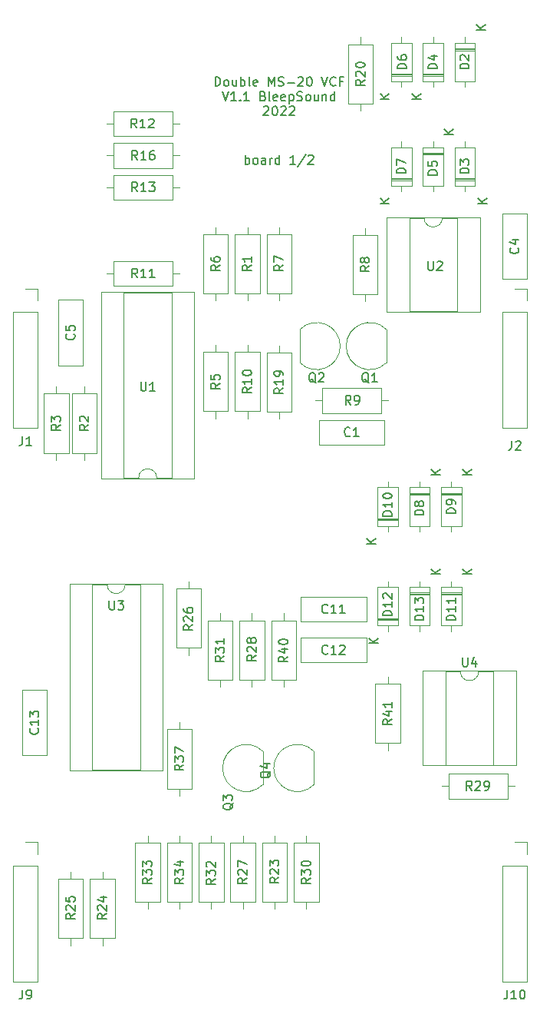
<source format=gto>
G04 #@! TF.GenerationSoftware,KiCad,Pcbnew,(6.0.0)*
G04 #@! TF.CreationDate,2022-04-04T19:52:15+01:00*
G04 #@! TF.ProjectId,MS20-VCF,4d533230-2d56-4434-962e-6b696361645f,rev?*
G04 #@! TF.SameCoordinates,Original*
G04 #@! TF.FileFunction,Legend,Top*
G04 #@! TF.FilePolarity,Positive*
%FSLAX46Y46*%
G04 Gerber Fmt 4.6, Leading zero omitted, Abs format (unit mm)*
G04 Created by KiCad (PCBNEW (6.0.0)) date 2022-04-04 19:52:15*
%MOMM*%
%LPD*%
G01*
G04 APERTURE LIST*
%ADD10C,0.150000*%
%ADD11C,0.120000*%
%ADD12C,1.600000*%
%ADD13R,1.600000X1.600000*%
%ADD14O,1.600000X1.600000*%
%ADD15R,1.700000X1.700000*%
%ADD16O,1.700000X1.700000*%
%ADD17R,1.500000X1.050000*%
%ADD18O,1.500000X1.050000*%
%ADD19C,2.000000*%
%ADD20O,2.000000X2.000000*%
%ADD21C,1.440000*%
G04 APERTURE END LIST*
D10*
X53952380Y-45342380D02*
X53952380Y-44342380D01*
X54190476Y-44342380D01*
X54333333Y-44390000D01*
X54428571Y-44485238D01*
X54476190Y-44580476D01*
X54523809Y-44770952D01*
X54523809Y-44913809D01*
X54476190Y-45104285D01*
X54428571Y-45199523D01*
X54333333Y-45294761D01*
X54190476Y-45342380D01*
X53952380Y-45342380D01*
X55095238Y-45342380D02*
X55000000Y-45294761D01*
X54952380Y-45247142D01*
X54904761Y-45151904D01*
X54904761Y-44866190D01*
X54952380Y-44770952D01*
X55000000Y-44723333D01*
X55095238Y-44675714D01*
X55238095Y-44675714D01*
X55333333Y-44723333D01*
X55380952Y-44770952D01*
X55428571Y-44866190D01*
X55428571Y-45151904D01*
X55380952Y-45247142D01*
X55333333Y-45294761D01*
X55238095Y-45342380D01*
X55095238Y-45342380D01*
X56285714Y-44675714D02*
X56285714Y-45342380D01*
X55857142Y-44675714D02*
X55857142Y-45199523D01*
X55904761Y-45294761D01*
X56000000Y-45342380D01*
X56142857Y-45342380D01*
X56238095Y-45294761D01*
X56285714Y-45247142D01*
X56761904Y-45342380D02*
X56761904Y-44342380D01*
X56761904Y-44723333D02*
X56857142Y-44675714D01*
X57047619Y-44675714D01*
X57142857Y-44723333D01*
X57190476Y-44770952D01*
X57238095Y-44866190D01*
X57238095Y-45151904D01*
X57190476Y-45247142D01*
X57142857Y-45294761D01*
X57047619Y-45342380D01*
X56857142Y-45342380D01*
X56761904Y-45294761D01*
X57809523Y-45342380D02*
X57714285Y-45294761D01*
X57666666Y-45199523D01*
X57666666Y-44342380D01*
X58571428Y-45294761D02*
X58476190Y-45342380D01*
X58285714Y-45342380D01*
X58190476Y-45294761D01*
X58142857Y-45199523D01*
X58142857Y-44818571D01*
X58190476Y-44723333D01*
X58285714Y-44675714D01*
X58476190Y-44675714D01*
X58571428Y-44723333D01*
X58619047Y-44818571D01*
X58619047Y-44913809D01*
X58142857Y-45009047D01*
X59809523Y-45342380D02*
X59809523Y-44342380D01*
X60142857Y-45056666D01*
X60476190Y-44342380D01*
X60476190Y-45342380D01*
X60904761Y-45294761D02*
X61047619Y-45342380D01*
X61285714Y-45342380D01*
X61380952Y-45294761D01*
X61428571Y-45247142D01*
X61476190Y-45151904D01*
X61476190Y-45056666D01*
X61428571Y-44961428D01*
X61380952Y-44913809D01*
X61285714Y-44866190D01*
X61095238Y-44818571D01*
X61000000Y-44770952D01*
X60952380Y-44723333D01*
X60904761Y-44628095D01*
X60904761Y-44532857D01*
X60952380Y-44437619D01*
X61000000Y-44390000D01*
X61095238Y-44342380D01*
X61333333Y-44342380D01*
X61476190Y-44390000D01*
X61904761Y-44961428D02*
X62666666Y-44961428D01*
X63095238Y-44437619D02*
X63142857Y-44390000D01*
X63238095Y-44342380D01*
X63476190Y-44342380D01*
X63571428Y-44390000D01*
X63619047Y-44437619D01*
X63666666Y-44532857D01*
X63666666Y-44628095D01*
X63619047Y-44770952D01*
X63047619Y-45342380D01*
X63666666Y-45342380D01*
X64285714Y-44342380D02*
X64380952Y-44342380D01*
X64476190Y-44390000D01*
X64523809Y-44437619D01*
X64571428Y-44532857D01*
X64619047Y-44723333D01*
X64619047Y-44961428D01*
X64571428Y-45151904D01*
X64523809Y-45247142D01*
X64476190Y-45294761D01*
X64380952Y-45342380D01*
X64285714Y-45342380D01*
X64190476Y-45294761D01*
X64142857Y-45247142D01*
X64095238Y-45151904D01*
X64047619Y-44961428D01*
X64047619Y-44723333D01*
X64095238Y-44532857D01*
X64142857Y-44437619D01*
X64190476Y-44390000D01*
X64285714Y-44342380D01*
X65666666Y-44342380D02*
X66000000Y-45342380D01*
X66333333Y-44342380D01*
X67238095Y-45247142D02*
X67190476Y-45294761D01*
X67047619Y-45342380D01*
X66952380Y-45342380D01*
X66809523Y-45294761D01*
X66714285Y-45199523D01*
X66666666Y-45104285D01*
X66619047Y-44913809D01*
X66619047Y-44770952D01*
X66666666Y-44580476D01*
X66714285Y-44485238D01*
X66809523Y-44390000D01*
X66952380Y-44342380D01*
X67047619Y-44342380D01*
X67190476Y-44390000D01*
X67238095Y-44437619D01*
X68000000Y-44818571D02*
X67666666Y-44818571D01*
X67666666Y-45342380D02*
X67666666Y-44342380D01*
X68142857Y-44342380D01*
X54738095Y-45952380D02*
X55071428Y-46952380D01*
X55404761Y-45952380D01*
X56261904Y-46952380D02*
X55690476Y-46952380D01*
X55976190Y-46952380D02*
X55976190Y-45952380D01*
X55880952Y-46095238D01*
X55785714Y-46190476D01*
X55690476Y-46238095D01*
X56690476Y-46857142D02*
X56738095Y-46904761D01*
X56690476Y-46952380D01*
X56642857Y-46904761D01*
X56690476Y-46857142D01*
X56690476Y-46952380D01*
X57690476Y-46952380D02*
X57119047Y-46952380D01*
X57404761Y-46952380D02*
X57404761Y-45952380D01*
X57309523Y-46095238D01*
X57214285Y-46190476D01*
X57119047Y-46238095D01*
X59214285Y-46428571D02*
X59357142Y-46476190D01*
X59404761Y-46523809D01*
X59452380Y-46619047D01*
X59452380Y-46761904D01*
X59404761Y-46857142D01*
X59357142Y-46904761D01*
X59261904Y-46952380D01*
X58880952Y-46952380D01*
X58880952Y-45952380D01*
X59214285Y-45952380D01*
X59309523Y-46000000D01*
X59357142Y-46047619D01*
X59404761Y-46142857D01*
X59404761Y-46238095D01*
X59357142Y-46333333D01*
X59309523Y-46380952D01*
X59214285Y-46428571D01*
X58880952Y-46428571D01*
X60023809Y-46952380D02*
X59928571Y-46904761D01*
X59880952Y-46809523D01*
X59880952Y-45952380D01*
X60785714Y-46904761D02*
X60690476Y-46952380D01*
X60500000Y-46952380D01*
X60404761Y-46904761D01*
X60357142Y-46809523D01*
X60357142Y-46428571D01*
X60404761Y-46333333D01*
X60500000Y-46285714D01*
X60690476Y-46285714D01*
X60785714Y-46333333D01*
X60833333Y-46428571D01*
X60833333Y-46523809D01*
X60357142Y-46619047D01*
X61642857Y-46904761D02*
X61547619Y-46952380D01*
X61357142Y-46952380D01*
X61261904Y-46904761D01*
X61214285Y-46809523D01*
X61214285Y-46428571D01*
X61261904Y-46333333D01*
X61357142Y-46285714D01*
X61547619Y-46285714D01*
X61642857Y-46333333D01*
X61690476Y-46428571D01*
X61690476Y-46523809D01*
X61214285Y-46619047D01*
X62119047Y-46285714D02*
X62119047Y-47285714D01*
X62119047Y-46333333D02*
X62214285Y-46285714D01*
X62404761Y-46285714D01*
X62500000Y-46333333D01*
X62547619Y-46380952D01*
X62595238Y-46476190D01*
X62595238Y-46761904D01*
X62547619Y-46857142D01*
X62500000Y-46904761D01*
X62404761Y-46952380D01*
X62214285Y-46952380D01*
X62119047Y-46904761D01*
X62976190Y-46904761D02*
X63119047Y-46952380D01*
X63357142Y-46952380D01*
X63452380Y-46904761D01*
X63500000Y-46857142D01*
X63547619Y-46761904D01*
X63547619Y-46666666D01*
X63500000Y-46571428D01*
X63452380Y-46523809D01*
X63357142Y-46476190D01*
X63166666Y-46428571D01*
X63071428Y-46380952D01*
X63023809Y-46333333D01*
X62976190Y-46238095D01*
X62976190Y-46142857D01*
X63023809Y-46047619D01*
X63071428Y-46000000D01*
X63166666Y-45952380D01*
X63404761Y-45952380D01*
X63547619Y-46000000D01*
X64119047Y-46952380D02*
X64023809Y-46904761D01*
X63976190Y-46857142D01*
X63928571Y-46761904D01*
X63928571Y-46476190D01*
X63976190Y-46380952D01*
X64023809Y-46333333D01*
X64119047Y-46285714D01*
X64261904Y-46285714D01*
X64357142Y-46333333D01*
X64404761Y-46380952D01*
X64452380Y-46476190D01*
X64452380Y-46761904D01*
X64404761Y-46857142D01*
X64357142Y-46904761D01*
X64261904Y-46952380D01*
X64119047Y-46952380D01*
X65309523Y-46285714D02*
X65309523Y-46952380D01*
X64880952Y-46285714D02*
X64880952Y-46809523D01*
X64928571Y-46904761D01*
X65023809Y-46952380D01*
X65166666Y-46952380D01*
X65261904Y-46904761D01*
X65309523Y-46857142D01*
X65785714Y-46285714D02*
X65785714Y-46952380D01*
X65785714Y-46380952D02*
X65833333Y-46333333D01*
X65928571Y-46285714D01*
X66071428Y-46285714D01*
X66166666Y-46333333D01*
X66214285Y-46428571D01*
X66214285Y-46952380D01*
X67119047Y-46952380D02*
X67119047Y-45952380D01*
X67119047Y-46904761D02*
X67023809Y-46952380D01*
X66833333Y-46952380D01*
X66738095Y-46904761D01*
X66690476Y-46857142D01*
X66642857Y-46761904D01*
X66642857Y-46476190D01*
X66690476Y-46380952D01*
X66738095Y-46333333D01*
X66833333Y-46285714D01*
X67023809Y-46285714D01*
X67119047Y-46333333D01*
X59285714Y-47657619D02*
X59333333Y-47610000D01*
X59428571Y-47562380D01*
X59666666Y-47562380D01*
X59761904Y-47610000D01*
X59809523Y-47657619D01*
X59857142Y-47752857D01*
X59857142Y-47848095D01*
X59809523Y-47990952D01*
X59238095Y-48562380D01*
X59857142Y-48562380D01*
X60476190Y-47562380D02*
X60571428Y-47562380D01*
X60666666Y-47610000D01*
X60714285Y-47657619D01*
X60761904Y-47752857D01*
X60809523Y-47943333D01*
X60809523Y-48181428D01*
X60761904Y-48371904D01*
X60714285Y-48467142D01*
X60666666Y-48514761D01*
X60571428Y-48562380D01*
X60476190Y-48562380D01*
X60380952Y-48514761D01*
X60333333Y-48467142D01*
X60285714Y-48371904D01*
X60238095Y-48181428D01*
X60238095Y-47943333D01*
X60285714Y-47752857D01*
X60333333Y-47657619D01*
X60380952Y-47610000D01*
X60476190Y-47562380D01*
X61190476Y-47657619D02*
X61238095Y-47610000D01*
X61333333Y-47562380D01*
X61571428Y-47562380D01*
X61666666Y-47610000D01*
X61714285Y-47657619D01*
X61761904Y-47752857D01*
X61761904Y-47848095D01*
X61714285Y-47990952D01*
X61142857Y-48562380D01*
X61761904Y-48562380D01*
X62142857Y-47657619D02*
X62190476Y-47610000D01*
X62285714Y-47562380D01*
X62523809Y-47562380D01*
X62619047Y-47610000D01*
X62666666Y-47657619D01*
X62714285Y-47752857D01*
X62714285Y-47848095D01*
X62666666Y-47990952D01*
X62095238Y-48562380D01*
X62714285Y-48562380D01*
X57261904Y-53952380D02*
X57261904Y-52952380D01*
X57261904Y-53333333D02*
X57357142Y-53285714D01*
X57547619Y-53285714D01*
X57642857Y-53333333D01*
X57690476Y-53380952D01*
X57738095Y-53476190D01*
X57738095Y-53761904D01*
X57690476Y-53857142D01*
X57642857Y-53904761D01*
X57547619Y-53952380D01*
X57357142Y-53952380D01*
X57261904Y-53904761D01*
X58309523Y-53952380D02*
X58214285Y-53904761D01*
X58166666Y-53857142D01*
X58119047Y-53761904D01*
X58119047Y-53476190D01*
X58166666Y-53380952D01*
X58214285Y-53333333D01*
X58309523Y-53285714D01*
X58452380Y-53285714D01*
X58547619Y-53333333D01*
X58595238Y-53380952D01*
X58642857Y-53476190D01*
X58642857Y-53761904D01*
X58595238Y-53857142D01*
X58547619Y-53904761D01*
X58452380Y-53952380D01*
X58309523Y-53952380D01*
X59500000Y-53952380D02*
X59500000Y-53428571D01*
X59452380Y-53333333D01*
X59357142Y-53285714D01*
X59166666Y-53285714D01*
X59071428Y-53333333D01*
X59500000Y-53904761D02*
X59404761Y-53952380D01*
X59166666Y-53952380D01*
X59071428Y-53904761D01*
X59023809Y-53809523D01*
X59023809Y-53714285D01*
X59071428Y-53619047D01*
X59166666Y-53571428D01*
X59404761Y-53571428D01*
X59500000Y-53523809D01*
X59976190Y-53952380D02*
X59976190Y-53285714D01*
X59976190Y-53476190D02*
X60023809Y-53380952D01*
X60071428Y-53333333D01*
X60166666Y-53285714D01*
X60261904Y-53285714D01*
X61023809Y-53952380D02*
X61023809Y-52952380D01*
X61023809Y-53904761D02*
X60928571Y-53952380D01*
X60738095Y-53952380D01*
X60642857Y-53904761D01*
X60595238Y-53857142D01*
X60547619Y-53761904D01*
X60547619Y-53476190D01*
X60595238Y-53380952D01*
X60642857Y-53333333D01*
X60738095Y-53285714D01*
X60928571Y-53285714D01*
X61023809Y-53333333D01*
X62785714Y-53952380D02*
X62214285Y-53952380D01*
X62500000Y-53952380D02*
X62500000Y-52952380D01*
X62404761Y-53095238D01*
X62309523Y-53190476D01*
X62214285Y-53238095D01*
X63928571Y-52904761D02*
X63071428Y-54190476D01*
X64214285Y-53047619D02*
X64261904Y-53000000D01*
X64357142Y-52952380D01*
X64595238Y-52952380D01*
X64690476Y-53000000D01*
X64738095Y-53047619D01*
X64785714Y-53142857D01*
X64785714Y-53238095D01*
X64738095Y-53380952D01*
X64166666Y-53952380D01*
X64785714Y-53952380D01*
X87357142Y-63166666D02*
X87404761Y-63214285D01*
X87452380Y-63357142D01*
X87452380Y-63452380D01*
X87404761Y-63595238D01*
X87309523Y-63690476D01*
X87214285Y-63738095D01*
X87023809Y-63785714D01*
X86880952Y-63785714D01*
X86690476Y-63738095D01*
X86595238Y-63690476D01*
X86500000Y-63595238D01*
X86452380Y-63452380D01*
X86452380Y-63357142D01*
X86500000Y-63214285D01*
X86547619Y-63166666D01*
X86785714Y-62309523D02*
X87452380Y-62309523D01*
X86404761Y-62547619D02*
X87119047Y-62785714D01*
X87119047Y-62166666D01*
X66357142Y-107857142D02*
X66309523Y-107904761D01*
X66166666Y-107952380D01*
X66071428Y-107952380D01*
X65928571Y-107904761D01*
X65833333Y-107809523D01*
X65785714Y-107714285D01*
X65738095Y-107523809D01*
X65738095Y-107380952D01*
X65785714Y-107190476D01*
X65833333Y-107095238D01*
X65928571Y-107000000D01*
X66071428Y-106952380D01*
X66166666Y-106952380D01*
X66309523Y-107000000D01*
X66357142Y-107047619D01*
X67309523Y-107952380D02*
X66738095Y-107952380D01*
X67023809Y-107952380D02*
X67023809Y-106952380D01*
X66928571Y-107095238D01*
X66833333Y-107190476D01*
X66738095Y-107238095D01*
X67690476Y-107047619D02*
X67738095Y-107000000D01*
X67833333Y-106952380D01*
X68071428Y-106952380D01*
X68166666Y-107000000D01*
X68214285Y-107047619D01*
X68261904Y-107142857D01*
X68261904Y-107238095D01*
X68214285Y-107380952D01*
X67642857Y-107952380D01*
X68261904Y-107952380D01*
X34357142Y-116142857D02*
X34404761Y-116190476D01*
X34452380Y-116333333D01*
X34452380Y-116428571D01*
X34404761Y-116571428D01*
X34309523Y-116666666D01*
X34214285Y-116714285D01*
X34023809Y-116761904D01*
X33880952Y-116761904D01*
X33690476Y-116714285D01*
X33595238Y-116666666D01*
X33500000Y-116571428D01*
X33452380Y-116428571D01*
X33452380Y-116333333D01*
X33500000Y-116190476D01*
X33547619Y-116142857D01*
X34452380Y-115190476D02*
X34452380Y-115761904D01*
X34452380Y-115476190D02*
X33452380Y-115476190D01*
X33595238Y-115571428D01*
X33690476Y-115666666D01*
X33738095Y-115761904D01*
X33452380Y-114857142D02*
X33452380Y-114238095D01*
X33833333Y-114571428D01*
X33833333Y-114428571D01*
X33880952Y-114333333D01*
X33928571Y-114285714D01*
X34023809Y-114238095D01*
X34261904Y-114238095D01*
X34357142Y-114285714D01*
X34404761Y-114333333D01*
X34452380Y-114428571D01*
X34452380Y-114714285D01*
X34404761Y-114809523D01*
X34357142Y-114857142D01*
X81952380Y-43428095D02*
X80952380Y-43428095D01*
X80952380Y-43190000D01*
X81000000Y-43047142D01*
X81095238Y-42951904D01*
X81190476Y-42904285D01*
X81380952Y-42856666D01*
X81523809Y-42856666D01*
X81714285Y-42904285D01*
X81809523Y-42951904D01*
X81904761Y-43047142D01*
X81952380Y-43190000D01*
X81952380Y-43428095D01*
X81047619Y-42475714D02*
X81000000Y-42428095D01*
X80952380Y-42332857D01*
X80952380Y-42094761D01*
X81000000Y-41999523D01*
X81047619Y-41951904D01*
X81142857Y-41904285D01*
X81238095Y-41904285D01*
X81380952Y-41951904D01*
X81952380Y-42523333D01*
X81952380Y-41904285D01*
X83752380Y-39141904D02*
X82752380Y-39141904D01*
X83752380Y-38570476D02*
X83180952Y-38999047D01*
X82752380Y-38570476D02*
X83323809Y-39141904D01*
X81952380Y-54928095D02*
X80952380Y-54928095D01*
X80952380Y-54690000D01*
X81000000Y-54547142D01*
X81095238Y-54451904D01*
X81190476Y-54404285D01*
X81380952Y-54356666D01*
X81523809Y-54356666D01*
X81714285Y-54404285D01*
X81809523Y-54451904D01*
X81904761Y-54547142D01*
X81952380Y-54690000D01*
X81952380Y-54928095D01*
X80952380Y-54023333D02*
X80952380Y-53404285D01*
X81333333Y-53737619D01*
X81333333Y-53594761D01*
X81380952Y-53499523D01*
X81428571Y-53451904D01*
X81523809Y-53404285D01*
X81761904Y-53404285D01*
X81857142Y-53451904D01*
X81904761Y-53499523D01*
X81952380Y-53594761D01*
X81952380Y-53880476D01*
X81904761Y-53975714D01*
X81857142Y-54023333D01*
X83952380Y-58261904D02*
X82952380Y-58261904D01*
X83952380Y-57690476D02*
X83380952Y-58119047D01*
X82952380Y-57690476D02*
X83523809Y-58261904D01*
X78452380Y-43428095D02*
X77452380Y-43428095D01*
X77452380Y-43190000D01*
X77500000Y-43047142D01*
X77595238Y-42951904D01*
X77690476Y-42904285D01*
X77880952Y-42856666D01*
X78023809Y-42856666D01*
X78214285Y-42904285D01*
X78309523Y-42951904D01*
X78404761Y-43047142D01*
X78452380Y-43190000D01*
X78452380Y-43428095D01*
X77785714Y-41999523D02*
X78452380Y-41999523D01*
X77404761Y-42237619D02*
X78119047Y-42475714D01*
X78119047Y-41856666D01*
X76652380Y-46761904D02*
X75652380Y-46761904D01*
X76652380Y-46190476D02*
X76080952Y-46619047D01*
X75652380Y-46190476D02*
X76223809Y-46761904D01*
X78452380Y-55118095D02*
X77452380Y-55118095D01*
X77452380Y-54880000D01*
X77500000Y-54737142D01*
X77595238Y-54641904D01*
X77690476Y-54594285D01*
X77880952Y-54546666D01*
X78023809Y-54546666D01*
X78214285Y-54594285D01*
X78309523Y-54641904D01*
X78404761Y-54737142D01*
X78452380Y-54880000D01*
X78452380Y-55118095D01*
X77452380Y-53641904D02*
X77452380Y-54118095D01*
X77928571Y-54165714D01*
X77880952Y-54118095D01*
X77833333Y-54022857D01*
X77833333Y-53784761D01*
X77880952Y-53689523D01*
X77928571Y-53641904D01*
X78023809Y-53594285D01*
X78261904Y-53594285D01*
X78357142Y-53641904D01*
X78404761Y-53689523D01*
X78452380Y-53784761D01*
X78452380Y-54022857D01*
X78404761Y-54118095D01*
X78357142Y-54165714D01*
X80252380Y-50641904D02*
X79252380Y-50641904D01*
X80252380Y-50070476D02*
X79680952Y-50499047D01*
X79252380Y-50070476D02*
X79823809Y-50641904D01*
X75052380Y-43428095D02*
X74052380Y-43428095D01*
X74052380Y-43190000D01*
X74100000Y-43047142D01*
X74195238Y-42951904D01*
X74290476Y-42904285D01*
X74480952Y-42856666D01*
X74623809Y-42856666D01*
X74814285Y-42904285D01*
X74909523Y-42951904D01*
X75004761Y-43047142D01*
X75052380Y-43190000D01*
X75052380Y-43428095D01*
X74052380Y-41999523D02*
X74052380Y-42190000D01*
X74100000Y-42285238D01*
X74147619Y-42332857D01*
X74290476Y-42428095D01*
X74480952Y-42475714D01*
X74861904Y-42475714D01*
X74957142Y-42428095D01*
X75004761Y-42380476D01*
X75052380Y-42285238D01*
X75052380Y-42094761D01*
X75004761Y-41999523D01*
X74957142Y-41951904D01*
X74861904Y-41904285D01*
X74623809Y-41904285D01*
X74528571Y-41951904D01*
X74480952Y-41999523D01*
X74433333Y-42094761D01*
X74433333Y-42285238D01*
X74480952Y-42380476D01*
X74528571Y-42428095D01*
X74623809Y-42475714D01*
X73152380Y-46761904D02*
X72152380Y-46761904D01*
X73152380Y-46190476D02*
X72580952Y-46619047D01*
X72152380Y-46190476D02*
X72723809Y-46761904D01*
X74952380Y-54928095D02*
X73952380Y-54928095D01*
X73952380Y-54690000D01*
X74000000Y-54547142D01*
X74095238Y-54451904D01*
X74190476Y-54404285D01*
X74380952Y-54356666D01*
X74523809Y-54356666D01*
X74714285Y-54404285D01*
X74809523Y-54451904D01*
X74904761Y-54547142D01*
X74952380Y-54690000D01*
X74952380Y-54928095D01*
X73952380Y-54023333D02*
X73952380Y-53356666D01*
X74952380Y-53785238D01*
X73152380Y-58261904D02*
X72152380Y-58261904D01*
X73152380Y-57690476D02*
X72580952Y-58119047D01*
X72152380Y-57690476D02*
X72723809Y-58261904D01*
X86666666Y-84452380D02*
X86666666Y-85166666D01*
X86619047Y-85309523D01*
X86523809Y-85404761D01*
X86380952Y-85452380D01*
X86285714Y-85452380D01*
X87095238Y-84547619D02*
X87142857Y-84500000D01*
X87238095Y-84452380D01*
X87476190Y-84452380D01*
X87571428Y-84500000D01*
X87619047Y-84547619D01*
X87666666Y-84642857D01*
X87666666Y-84738095D01*
X87619047Y-84880952D01*
X87047619Y-85452380D01*
X87666666Y-85452380D01*
X32666666Y-144952380D02*
X32666666Y-145666666D01*
X32619047Y-145809523D01*
X32523809Y-145904761D01*
X32380952Y-145952380D01*
X32285714Y-145952380D01*
X33190476Y-145952380D02*
X33380952Y-145952380D01*
X33476190Y-145904761D01*
X33523809Y-145857142D01*
X33619047Y-145714285D01*
X33666666Y-145523809D01*
X33666666Y-145142857D01*
X33619047Y-145047619D01*
X33571428Y-145000000D01*
X33476190Y-144952380D01*
X33285714Y-144952380D01*
X33190476Y-145000000D01*
X33142857Y-145047619D01*
X33095238Y-145142857D01*
X33095238Y-145380952D01*
X33142857Y-145476190D01*
X33190476Y-145523809D01*
X33285714Y-145571428D01*
X33476190Y-145571428D01*
X33571428Y-145523809D01*
X33619047Y-145476190D01*
X33666666Y-145380952D01*
X70904761Y-78047619D02*
X70809523Y-78000000D01*
X70714285Y-77904761D01*
X70571428Y-77761904D01*
X70476190Y-77714285D01*
X70380952Y-77714285D01*
X70428571Y-77952380D02*
X70333333Y-77904761D01*
X70238095Y-77809523D01*
X70190476Y-77619047D01*
X70190476Y-77285714D01*
X70238095Y-77095238D01*
X70333333Y-77000000D01*
X70428571Y-76952380D01*
X70619047Y-76952380D01*
X70714285Y-77000000D01*
X70809523Y-77095238D01*
X70857142Y-77285714D01*
X70857142Y-77619047D01*
X70809523Y-77809523D01*
X70714285Y-77904761D01*
X70619047Y-77952380D01*
X70428571Y-77952380D01*
X71809523Y-77952380D02*
X71238095Y-77952380D01*
X71523809Y-77952380D02*
X71523809Y-76952380D01*
X71428571Y-77095238D01*
X71333333Y-77190476D01*
X71238095Y-77238095D01*
X65044761Y-78047619D02*
X64949523Y-78000000D01*
X64854285Y-77904761D01*
X64711428Y-77761904D01*
X64616190Y-77714285D01*
X64520952Y-77714285D01*
X64568571Y-77952380D02*
X64473333Y-77904761D01*
X64378095Y-77809523D01*
X64330476Y-77619047D01*
X64330476Y-77285714D01*
X64378095Y-77095238D01*
X64473333Y-77000000D01*
X64568571Y-76952380D01*
X64759047Y-76952380D01*
X64854285Y-77000000D01*
X64949523Y-77095238D01*
X64997142Y-77285714D01*
X64997142Y-77619047D01*
X64949523Y-77809523D01*
X64854285Y-77904761D01*
X64759047Y-77952380D01*
X64568571Y-77952380D01*
X65378095Y-77047619D02*
X65425714Y-77000000D01*
X65520952Y-76952380D01*
X65759047Y-76952380D01*
X65854285Y-77000000D01*
X65901904Y-77047619D01*
X65949523Y-77142857D01*
X65949523Y-77238095D01*
X65901904Y-77380952D01*
X65330476Y-77952380D01*
X65949523Y-77952380D01*
X55907619Y-124365238D02*
X55860000Y-124460476D01*
X55764761Y-124555714D01*
X55621904Y-124698571D01*
X55574285Y-124793809D01*
X55574285Y-124889047D01*
X55812380Y-124841428D02*
X55764761Y-124936666D01*
X55669523Y-125031904D01*
X55479047Y-125079523D01*
X55145714Y-125079523D01*
X54955238Y-125031904D01*
X54860000Y-124936666D01*
X54812380Y-124841428D01*
X54812380Y-124650952D01*
X54860000Y-124555714D01*
X54955238Y-124460476D01*
X55145714Y-124412857D01*
X55479047Y-124412857D01*
X55669523Y-124460476D01*
X55764761Y-124555714D01*
X55812380Y-124650952D01*
X55812380Y-124841428D01*
X54812380Y-124079523D02*
X54812380Y-123460476D01*
X55193333Y-123793809D01*
X55193333Y-123650952D01*
X55240952Y-123555714D01*
X55288571Y-123508095D01*
X55383809Y-123460476D01*
X55621904Y-123460476D01*
X55717142Y-123508095D01*
X55764761Y-123555714D01*
X55812380Y-123650952D01*
X55812380Y-123936666D01*
X55764761Y-124031904D01*
X55717142Y-124079523D01*
X57952380Y-65086666D02*
X57476190Y-65420000D01*
X57952380Y-65658095D02*
X56952380Y-65658095D01*
X56952380Y-65277142D01*
X57000000Y-65181904D01*
X57047619Y-65134285D01*
X57142857Y-65086666D01*
X57285714Y-65086666D01*
X57380952Y-65134285D01*
X57428571Y-65181904D01*
X57476190Y-65277142D01*
X57476190Y-65658095D01*
X57952380Y-64134285D02*
X57952380Y-64705714D01*
X57952380Y-64420000D02*
X56952380Y-64420000D01*
X57095238Y-64515238D01*
X57190476Y-64610476D01*
X57238095Y-64705714D01*
X36852380Y-82666666D02*
X36376190Y-83000000D01*
X36852380Y-83238095D02*
X35852380Y-83238095D01*
X35852380Y-82857142D01*
X35900000Y-82761904D01*
X35947619Y-82714285D01*
X36042857Y-82666666D01*
X36185714Y-82666666D01*
X36280952Y-82714285D01*
X36328571Y-82761904D01*
X36376190Y-82857142D01*
X36376190Y-83238095D01*
X35852380Y-82333333D02*
X35852380Y-81714285D01*
X36233333Y-82047619D01*
X36233333Y-81904761D01*
X36280952Y-81809523D01*
X36328571Y-81761904D01*
X36423809Y-81714285D01*
X36661904Y-81714285D01*
X36757142Y-81761904D01*
X36804761Y-81809523D01*
X36852380Y-81904761D01*
X36852380Y-82190476D01*
X36804761Y-82285714D01*
X36757142Y-82333333D01*
X54452380Y-78086666D02*
X53976190Y-78420000D01*
X54452380Y-78658095D02*
X53452380Y-78658095D01*
X53452380Y-78277142D01*
X53500000Y-78181904D01*
X53547619Y-78134285D01*
X53642857Y-78086666D01*
X53785714Y-78086666D01*
X53880952Y-78134285D01*
X53928571Y-78181904D01*
X53976190Y-78277142D01*
X53976190Y-78658095D01*
X53452380Y-77181904D02*
X53452380Y-77658095D01*
X53928571Y-77705714D01*
X53880952Y-77658095D01*
X53833333Y-77562857D01*
X53833333Y-77324761D01*
X53880952Y-77229523D01*
X53928571Y-77181904D01*
X54023809Y-77134285D01*
X54261904Y-77134285D01*
X54357142Y-77181904D01*
X54404761Y-77229523D01*
X54452380Y-77324761D01*
X54452380Y-77562857D01*
X54404761Y-77658095D01*
X54357142Y-77705714D01*
X54452380Y-65086666D02*
X53976190Y-65420000D01*
X54452380Y-65658095D02*
X53452380Y-65658095D01*
X53452380Y-65277142D01*
X53500000Y-65181904D01*
X53547619Y-65134285D01*
X53642857Y-65086666D01*
X53785714Y-65086666D01*
X53880952Y-65134285D01*
X53928571Y-65181904D01*
X53976190Y-65277142D01*
X53976190Y-65658095D01*
X53452380Y-64229523D02*
X53452380Y-64420000D01*
X53500000Y-64515238D01*
X53547619Y-64562857D01*
X53690476Y-64658095D01*
X53880952Y-64705714D01*
X54261904Y-64705714D01*
X54357142Y-64658095D01*
X54404761Y-64610476D01*
X54452380Y-64515238D01*
X54452380Y-64324761D01*
X54404761Y-64229523D01*
X54357142Y-64181904D01*
X54261904Y-64134285D01*
X54023809Y-64134285D01*
X53928571Y-64181904D01*
X53880952Y-64229523D01*
X53833333Y-64324761D01*
X53833333Y-64515238D01*
X53880952Y-64610476D01*
X53928571Y-64658095D01*
X54023809Y-64705714D01*
X61452380Y-65086666D02*
X60976190Y-65420000D01*
X61452380Y-65658095D02*
X60452380Y-65658095D01*
X60452380Y-65277142D01*
X60500000Y-65181904D01*
X60547619Y-65134285D01*
X60642857Y-65086666D01*
X60785714Y-65086666D01*
X60880952Y-65134285D01*
X60928571Y-65181904D01*
X60976190Y-65277142D01*
X60976190Y-65658095D01*
X60452380Y-64753333D02*
X60452380Y-64086666D01*
X61452380Y-64515238D01*
X68913333Y-80452380D02*
X68580000Y-79976190D01*
X68341904Y-80452380D02*
X68341904Y-79452380D01*
X68722857Y-79452380D01*
X68818095Y-79500000D01*
X68865714Y-79547619D01*
X68913333Y-79642857D01*
X68913333Y-79785714D01*
X68865714Y-79880952D01*
X68818095Y-79928571D01*
X68722857Y-79976190D01*
X68341904Y-79976190D01*
X69389523Y-80452380D02*
X69580000Y-80452380D01*
X69675238Y-80404761D01*
X69722857Y-80357142D01*
X69818095Y-80214285D01*
X69865714Y-80023809D01*
X69865714Y-79642857D01*
X69818095Y-79547619D01*
X69770476Y-79500000D01*
X69675238Y-79452380D01*
X69484761Y-79452380D01*
X69389523Y-79500000D01*
X69341904Y-79547619D01*
X69294285Y-79642857D01*
X69294285Y-79880952D01*
X69341904Y-79976190D01*
X69389523Y-80023809D01*
X69484761Y-80071428D01*
X69675238Y-80071428D01*
X69770476Y-80023809D01*
X69818095Y-79976190D01*
X69865714Y-79880952D01*
X45357142Y-66452380D02*
X45023809Y-65976190D01*
X44785714Y-66452380D02*
X44785714Y-65452380D01*
X45166666Y-65452380D01*
X45261904Y-65500000D01*
X45309523Y-65547619D01*
X45357142Y-65642857D01*
X45357142Y-65785714D01*
X45309523Y-65880952D01*
X45261904Y-65928571D01*
X45166666Y-65976190D01*
X44785714Y-65976190D01*
X46309523Y-66452380D02*
X45738095Y-66452380D01*
X46023809Y-66452380D02*
X46023809Y-65452380D01*
X45928571Y-65595238D01*
X45833333Y-65690476D01*
X45738095Y-65738095D01*
X47261904Y-66452380D02*
X46690476Y-66452380D01*
X46976190Y-66452380D02*
X46976190Y-65452380D01*
X46880952Y-65595238D01*
X46785714Y-65690476D01*
X46690476Y-65738095D01*
X45277142Y-49952380D02*
X44943809Y-49476190D01*
X44705714Y-49952380D02*
X44705714Y-48952380D01*
X45086666Y-48952380D01*
X45181904Y-49000000D01*
X45229523Y-49047619D01*
X45277142Y-49142857D01*
X45277142Y-49285714D01*
X45229523Y-49380952D01*
X45181904Y-49428571D01*
X45086666Y-49476190D01*
X44705714Y-49476190D01*
X46229523Y-49952380D02*
X45658095Y-49952380D01*
X45943809Y-49952380D02*
X45943809Y-48952380D01*
X45848571Y-49095238D01*
X45753333Y-49190476D01*
X45658095Y-49238095D01*
X46610476Y-49047619D02*
X46658095Y-49000000D01*
X46753333Y-48952380D01*
X46991428Y-48952380D01*
X47086666Y-49000000D01*
X47134285Y-49047619D01*
X47181904Y-49142857D01*
X47181904Y-49238095D01*
X47134285Y-49380952D01*
X46562857Y-49952380D01*
X47181904Y-49952380D01*
X45357142Y-56952380D02*
X45023809Y-56476190D01*
X44785714Y-56952380D02*
X44785714Y-55952380D01*
X45166666Y-55952380D01*
X45261904Y-56000000D01*
X45309523Y-56047619D01*
X45357142Y-56142857D01*
X45357142Y-56285714D01*
X45309523Y-56380952D01*
X45261904Y-56428571D01*
X45166666Y-56476190D01*
X44785714Y-56476190D01*
X46309523Y-56952380D02*
X45738095Y-56952380D01*
X46023809Y-56952380D02*
X46023809Y-55952380D01*
X45928571Y-56095238D01*
X45833333Y-56190476D01*
X45738095Y-56238095D01*
X46642857Y-55952380D02*
X47261904Y-55952380D01*
X46928571Y-56333333D01*
X47071428Y-56333333D01*
X47166666Y-56380952D01*
X47214285Y-56428571D01*
X47261904Y-56523809D01*
X47261904Y-56761904D01*
X47214285Y-56857142D01*
X47166666Y-56904761D01*
X47071428Y-56952380D01*
X46785714Y-56952380D01*
X46690476Y-56904761D01*
X46642857Y-56857142D01*
X45357142Y-53452380D02*
X45023809Y-52976190D01*
X44785714Y-53452380D02*
X44785714Y-52452380D01*
X45166666Y-52452380D01*
X45261904Y-52500000D01*
X45309523Y-52547619D01*
X45357142Y-52642857D01*
X45357142Y-52785714D01*
X45309523Y-52880952D01*
X45261904Y-52928571D01*
X45166666Y-52976190D01*
X44785714Y-52976190D01*
X46309523Y-53452380D02*
X45738095Y-53452380D01*
X46023809Y-53452380D02*
X46023809Y-52452380D01*
X45928571Y-52595238D01*
X45833333Y-52690476D01*
X45738095Y-52738095D01*
X47166666Y-52452380D02*
X46976190Y-52452380D01*
X46880952Y-52500000D01*
X46833333Y-52547619D01*
X46738095Y-52690476D01*
X46690476Y-52880952D01*
X46690476Y-53261904D01*
X46738095Y-53357142D01*
X46785714Y-53404761D01*
X46880952Y-53452380D01*
X47071428Y-53452380D01*
X47166666Y-53404761D01*
X47214285Y-53357142D01*
X47261904Y-53261904D01*
X47261904Y-53023809D01*
X47214285Y-52928571D01*
X47166666Y-52880952D01*
X47071428Y-52833333D01*
X46880952Y-52833333D01*
X46785714Y-52880952D01*
X46738095Y-52928571D01*
X46690476Y-53023809D01*
X70452380Y-44642857D02*
X69976190Y-44976190D01*
X70452380Y-45214285D02*
X69452380Y-45214285D01*
X69452380Y-44833333D01*
X69500000Y-44738095D01*
X69547619Y-44690476D01*
X69642857Y-44642857D01*
X69785714Y-44642857D01*
X69880952Y-44690476D01*
X69928571Y-44738095D01*
X69976190Y-44833333D01*
X69976190Y-45214285D01*
X69547619Y-44261904D02*
X69500000Y-44214285D01*
X69452380Y-44119047D01*
X69452380Y-43880952D01*
X69500000Y-43785714D01*
X69547619Y-43738095D01*
X69642857Y-43690476D01*
X69738095Y-43690476D01*
X69880952Y-43738095D01*
X70452380Y-44309523D01*
X70452380Y-43690476D01*
X69452380Y-43071428D02*
X69452380Y-42976190D01*
X69500000Y-42880952D01*
X69547619Y-42833333D01*
X69642857Y-42785714D01*
X69833333Y-42738095D01*
X70071428Y-42738095D01*
X70261904Y-42785714D01*
X70357142Y-42833333D01*
X70404761Y-42880952D01*
X70452380Y-42976190D01*
X70452380Y-43071428D01*
X70404761Y-43166666D01*
X70357142Y-43214285D01*
X70261904Y-43261904D01*
X70071428Y-43309523D01*
X69833333Y-43309523D01*
X69642857Y-43261904D01*
X69547619Y-43214285D01*
X69500000Y-43166666D01*
X69452380Y-43071428D01*
X60952380Y-132562857D02*
X60476190Y-132896190D01*
X60952380Y-133134285D02*
X59952380Y-133134285D01*
X59952380Y-132753333D01*
X60000000Y-132658095D01*
X60047619Y-132610476D01*
X60142857Y-132562857D01*
X60285714Y-132562857D01*
X60380952Y-132610476D01*
X60428571Y-132658095D01*
X60476190Y-132753333D01*
X60476190Y-133134285D01*
X60047619Y-132181904D02*
X60000000Y-132134285D01*
X59952380Y-132039047D01*
X59952380Y-131800952D01*
X60000000Y-131705714D01*
X60047619Y-131658095D01*
X60142857Y-131610476D01*
X60238095Y-131610476D01*
X60380952Y-131658095D01*
X60952380Y-132229523D01*
X60952380Y-131610476D01*
X59952380Y-131277142D02*
X59952380Y-130658095D01*
X60333333Y-130991428D01*
X60333333Y-130848571D01*
X60380952Y-130753333D01*
X60428571Y-130705714D01*
X60523809Y-130658095D01*
X60761904Y-130658095D01*
X60857142Y-130705714D01*
X60904761Y-130753333D01*
X60952380Y-130848571D01*
X60952380Y-131134285D01*
X60904761Y-131229523D01*
X60857142Y-131277142D01*
X51452380Y-104722857D02*
X50976190Y-105056190D01*
X51452380Y-105294285D02*
X50452380Y-105294285D01*
X50452380Y-104913333D01*
X50500000Y-104818095D01*
X50547619Y-104770476D01*
X50642857Y-104722857D01*
X50785714Y-104722857D01*
X50880952Y-104770476D01*
X50928571Y-104818095D01*
X50976190Y-104913333D01*
X50976190Y-105294285D01*
X50547619Y-104341904D02*
X50500000Y-104294285D01*
X50452380Y-104199047D01*
X50452380Y-103960952D01*
X50500000Y-103865714D01*
X50547619Y-103818095D01*
X50642857Y-103770476D01*
X50738095Y-103770476D01*
X50880952Y-103818095D01*
X51452380Y-104389523D01*
X51452380Y-103770476D01*
X50452380Y-102913333D02*
X50452380Y-103103809D01*
X50500000Y-103199047D01*
X50547619Y-103246666D01*
X50690476Y-103341904D01*
X50880952Y-103389523D01*
X51261904Y-103389523D01*
X51357142Y-103341904D01*
X51404761Y-103294285D01*
X51452380Y-103199047D01*
X51452380Y-103008571D01*
X51404761Y-102913333D01*
X51357142Y-102865714D01*
X51261904Y-102818095D01*
X51023809Y-102818095D01*
X50928571Y-102865714D01*
X50880952Y-102913333D01*
X50833333Y-103008571D01*
X50833333Y-103199047D01*
X50880952Y-103294285D01*
X50928571Y-103341904D01*
X51023809Y-103389523D01*
X57452380Y-132642857D02*
X56976190Y-132976190D01*
X57452380Y-133214285D02*
X56452380Y-133214285D01*
X56452380Y-132833333D01*
X56500000Y-132738095D01*
X56547619Y-132690476D01*
X56642857Y-132642857D01*
X56785714Y-132642857D01*
X56880952Y-132690476D01*
X56928571Y-132738095D01*
X56976190Y-132833333D01*
X56976190Y-133214285D01*
X56547619Y-132261904D02*
X56500000Y-132214285D01*
X56452380Y-132119047D01*
X56452380Y-131880952D01*
X56500000Y-131785714D01*
X56547619Y-131738095D01*
X56642857Y-131690476D01*
X56738095Y-131690476D01*
X56880952Y-131738095D01*
X57452380Y-132309523D01*
X57452380Y-131690476D01*
X56452380Y-131357142D02*
X56452380Y-130690476D01*
X57452380Y-131119047D01*
X58452380Y-108062857D02*
X57976190Y-108396190D01*
X58452380Y-108634285D02*
X57452380Y-108634285D01*
X57452380Y-108253333D01*
X57500000Y-108158095D01*
X57547619Y-108110476D01*
X57642857Y-108062857D01*
X57785714Y-108062857D01*
X57880952Y-108110476D01*
X57928571Y-108158095D01*
X57976190Y-108253333D01*
X57976190Y-108634285D01*
X57547619Y-107681904D02*
X57500000Y-107634285D01*
X57452380Y-107539047D01*
X57452380Y-107300952D01*
X57500000Y-107205714D01*
X57547619Y-107158095D01*
X57642857Y-107110476D01*
X57738095Y-107110476D01*
X57880952Y-107158095D01*
X58452380Y-107729523D01*
X58452380Y-107110476D01*
X57880952Y-106539047D02*
X57833333Y-106634285D01*
X57785714Y-106681904D01*
X57690476Y-106729523D01*
X57642857Y-106729523D01*
X57547619Y-106681904D01*
X57500000Y-106634285D01*
X57452380Y-106539047D01*
X57452380Y-106348571D01*
X57500000Y-106253333D01*
X57547619Y-106205714D01*
X57642857Y-106158095D01*
X57690476Y-106158095D01*
X57785714Y-106205714D01*
X57833333Y-106253333D01*
X57880952Y-106348571D01*
X57880952Y-106539047D01*
X57928571Y-106634285D01*
X57976190Y-106681904D01*
X58071428Y-106729523D01*
X58261904Y-106729523D01*
X58357142Y-106681904D01*
X58404761Y-106634285D01*
X58452380Y-106539047D01*
X58452380Y-106348571D01*
X58404761Y-106253333D01*
X58357142Y-106205714D01*
X58261904Y-106158095D01*
X58071428Y-106158095D01*
X57976190Y-106205714D01*
X57928571Y-106253333D01*
X57880952Y-106348571D01*
X82277142Y-122952380D02*
X81943809Y-122476190D01*
X81705714Y-122952380D02*
X81705714Y-121952380D01*
X82086666Y-121952380D01*
X82181904Y-122000000D01*
X82229523Y-122047619D01*
X82277142Y-122142857D01*
X82277142Y-122285714D01*
X82229523Y-122380952D01*
X82181904Y-122428571D01*
X82086666Y-122476190D01*
X81705714Y-122476190D01*
X82658095Y-122047619D02*
X82705714Y-122000000D01*
X82800952Y-121952380D01*
X83039047Y-121952380D01*
X83134285Y-122000000D01*
X83181904Y-122047619D01*
X83229523Y-122142857D01*
X83229523Y-122238095D01*
X83181904Y-122380952D01*
X82610476Y-122952380D01*
X83229523Y-122952380D01*
X83705714Y-122952380D02*
X83896190Y-122952380D01*
X83991428Y-122904761D01*
X84039047Y-122857142D01*
X84134285Y-122714285D01*
X84181904Y-122523809D01*
X84181904Y-122142857D01*
X84134285Y-122047619D01*
X84086666Y-122000000D01*
X83991428Y-121952380D01*
X83800952Y-121952380D01*
X83705714Y-122000000D01*
X83658095Y-122047619D01*
X83610476Y-122142857D01*
X83610476Y-122380952D01*
X83658095Y-122476190D01*
X83705714Y-122523809D01*
X83800952Y-122571428D01*
X83991428Y-122571428D01*
X84086666Y-122523809D01*
X84134285Y-122476190D01*
X84181904Y-122380952D01*
X64452380Y-132642857D02*
X63976190Y-132976190D01*
X64452380Y-133214285D02*
X63452380Y-133214285D01*
X63452380Y-132833333D01*
X63500000Y-132738095D01*
X63547619Y-132690476D01*
X63642857Y-132642857D01*
X63785714Y-132642857D01*
X63880952Y-132690476D01*
X63928571Y-132738095D01*
X63976190Y-132833333D01*
X63976190Y-133214285D01*
X63452380Y-132309523D02*
X63452380Y-131690476D01*
X63833333Y-132023809D01*
X63833333Y-131880952D01*
X63880952Y-131785714D01*
X63928571Y-131738095D01*
X64023809Y-131690476D01*
X64261904Y-131690476D01*
X64357142Y-131738095D01*
X64404761Y-131785714D01*
X64452380Y-131880952D01*
X64452380Y-132166666D01*
X64404761Y-132261904D01*
X64357142Y-132309523D01*
X63452380Y-131071428D02*
X63452380Y-130976190D01*
X63500000Y-130880952D01*
X63547619Y-130833333D01*
X63642857Y-130785714D01*
X63833333Y-130738095D01*
X64071428Y-130738095D01*
X64261904Y-130785714D01*
X64357142Y-130833333D01*
X64404761Y-130880952D01*
X64452380Y-130976190D01*
X64452380Y-131071428D01*
X64404761Y-131166666D01*
X64357142Y-131214285D01*
X64261904Y-131261904D01*
X64071428Y-131309523D01*
X63833333Y-131309523D01*
X63642857Y-131261904D01*
X63547619Y-131214285D01*
X63500000Y-131166666D01*
X63452380Y-131071428D01*
X54952380Y-108142857D02*
X54476190Y-108476190D01*
X54952380Y-108714285D02*
X53952380Y-108714285D01*
X53952380Y-108333333D01*
X54000000Y-108238095D01*
X54047619Y-108190476D01*
X54142857Y-108142857D01*
X54285714Y-108142857D01*
X54380952Y-108190476D01*
X54428571Y-108238095D01*
X54476190Y-108333333D01*
X54476190Y-108714285D01*
X53952380Y-107809523D02*
X53952380Y-107190476D01*
X54333333Y-107523809D01*
X54333333Y-107380952D01*
X54380952Y-107285714D01*
X54428571Y-107238095D01*
X54523809Y-107190476D01*
X54761904Y-107190476D01*
X54857142Y-107238095D01*
X54904761Y-107285714D01*
X54952380Y-107380952D01*
X54952380Y-107666666D01*
X54904761Y-107761904D01*
X54857142Y-107809523D01*
X54952380Y-106238095D02*
X54952380Y-106809523D01*
X54952380Y-106523809D02*
X53952380Y-106523809D01*
X54095238Y-106619047D01*
X54190476Y-106714285D01*
X54238095Y-106809523D01*
X53952380Y-132722857D02*
X53476190Y-133056190D01*
X53952380Y-133294285D02*
X52952380Y-133294285D01*
X52952380Y-132913333D01*
X53000000Y-132818095D01*
X53047619Y-132770476D01*
X53142857Y-132722857D01*
X53285714Y-132722857D01*
X53380952Y-132770476D01*
X53428571Y-132818095D01*
X53476190Y-132913333D01*
X53476190Y-133294285D01*
X52952380Y-132389523D02*
X52952380Y-131770476D01*
X53333333Y-132103809D01*
X53333333Y-131960952D01*
X53380952Y-131865714D01*
X53428571Y-131818095D01*
X53523809Y-131770476D01*
X53761904Y-131770476D01*
X53857142Y-131818095D01*
X53904761Y-131865714D01*
X53952380Y-131960952D01*
X53952380Y-132246666D01*
X53904761Y-132341904D01*
X53857142Y-132389523D01*
X53047619Y-131389523D02*
X53000000Y-131341904D01*
X52952380Y-131246666D01*
X52952380Y-131008571D01*
X53000000Y-130913333D01*
X53047619Y-130865714D01*
X53142857Y-130818095D01*
X53238095Y-130818095D01*
X53380952Y-130865714D01*
X53952380Y-131437142D01*
X53952380Y-130818095D01*
X46952380Y-132642857D02*
X46476190Y-132976190D01*
X46952380Y-133214285D02*
X45952380Y-133214285D01*
X45952380Y-132833333D01*
X46000000Y-132738095D01*
X46047619Y-132690476D01*
X46142857Y-132642857D01*
X46285714Y-132642857D01*
X46380952Y-132690476D01*
X46428571Y-132738095D01*
X46476190Y-132833333D01*
X46476190Y-133214285D01*
X45952380Y-132309523D02*
X45952380Y-131690476D01*
X46333333Y-132023809D01*
X46333333Y-131880952D01*
X46380952Y-131785714D01*
X46428571Y-131738095D01*
X46523809Y-131690476D01*
X46761904Y-131690476D01*
X46857142Y-131738095D01*
X46904761Y-131785714D01*
X46952380Y-131880952D01*
X46952380Y-132166666D01*
X46904761Y-132261904D01*
X46857142Y-132309523D01*
X45952380Y-131357142D02*
X45952380Y-130738095D01*
X46333333Y-131071428D01*
X46333333Y-130928571D01*
X46380952Y-130833333D01*
X46428571Y-130785714D01*
X46523809Y-130738095D01*
X46761904Y-130738095D01*
X46857142Y-130785714D01*
X46904761Y-130833333D01*
X46952380Y-130928571D01*
X46952380Y-131214285D01*
X46904761Y-131309523D01*
X46857142Y-131357142D01*
X50452380Y-132642857D02*
X49976190Y-132976190D01*
X50452380Y-133214285D02*
X49452380Y-133214285D01*
X49452380Y-132833333D01*
X49500000Y-132738095D01*
X49547619Y-132690476D01*
X49642857Y-132642857D01*
X49785714Y-132642857D01*
X49880952Y-132690476D01*
X49928571Y-132738095D01*
X49976190Y-132833333D01*
X49976190Y-133214285D01*
X49452380Y-132309523D02*
X49452380Y-131690476D01*
X49833333Y-132023809D01*
X49833333Y-131880952D01*
X49880952Y-131785714D01*
X49928571Y-131738095D01*
X50023809Y-131690476D01*
X50261904Y-131690476D01*
X50357142Y-131738095D01*
X50404761Y-131785714D01*
X50452380Y-131880952D01*
X50452380Y-132166666D01*
X50404761Y-132261904D01*
X50357142Y-132309523D01*
X49785714Y-130833333D02*
X50452380Y-130833333D01*
X49404761Y-131071428D02*
X50119047Y-131309523D01*
X50119047Y-130690476D01*
X50452380Y-120142857D02*
X49976190Y-120476190D01*
X50452380Y-120714285D02*
X49452380Y-120714285D01*
X49452380Y-120333333D01*
X49500000Y-120238095D01*
X49547619Y-120190476D01*
X49642857Y-120142857D01*
X49785714Y-120142857D01*
X49880952Y-120190476D01*
X49928571Y-120238095D01*
X49976190Y-120333333D01*
X49976190Y-120714285D01*
X49452380Y-119809523D02*
X49452380Y-119190476D01*
X49833333Y-119523809D01*
X49833333Y-119380952D01*
X49880952Y-119285714D01*
X49928571Y-119238095D01*
X50023809Y-119190476D01*
X50261904Y-119190476D01*
X50357142Y-119238095D01*
X50404761Y-119285714D01*
X50452380Y-119380952D01*
X50452380Y-119666666D01*
X50404761Y-119761904D01*
X50357142Y-119809523D01*
X49452380Y-118857142D02*
X49452380Y-118190476D01*
X50452380Y-118619047D01*
X61952380Y-108222857D02*
X61476190Y-108556190D01*
X61952380Y-108794285D02*
X60952380Y-108794285D01*
X60952380Y-108413333D01*
X61000000Y-108318095D01*
X61047619Y-108270476D01*
X61142857Y-108222857D01*
X61285714Y-108222857D01*
X61380952Y-108270476D01*
X61428571Y-108318095D01*
X61476190Y-108413333D01*
X61476190Y-108794285D01*
X61285714Y-107365714D02*
X61952380Y-107365714D01*
X60904761Y-107603809D02*
X61619047Y-107841904D01*
X61619047Y-107222857D01*
X60952380Y-106651428D02*
X60952380Y-106556190D01*
X61000000Y-106460952D01*
X61047619Y-106413333D01*
X61142857Y-106365714D01*
X61333333Y-106318095D01*
X61571428Y-106318095D01*
X61761904Y-106365714D01*
X61857142Y-106413333D01*
X61904761Y-106460952D01*
X61952380Y-106556190D01*
X61952380Y-106651428D01*
X61904761Y-106746666D01*
X61857142Y-106794285D01*
X61761904Y-106841904D01*
X61571428Y-106889523D01*
X61333333Y-106889523D01*
X61142857Y-106841904D01*
X61047619Y-106794285D01*
X61000000Y-106746666D01*
X60952380Y-106651428D01*
X73452380Y-115142857D02*
X72976190Y-115476190D01*
X73452380Y-115714285D02*
X72452380Y-115714285D01*
X72452380Y-115333333D01*
X72500000Y-115238095D01*
X72547619Y-115190476D01*
X72642857Y-115142857D01*
X72785714Y-115142857D01*
X72880952Y-115190476D01*
X72928571Y-115238095D01*
X72976190Y-115333333D01*
X72976190Y-115714285D01*
X72785714Y-114285714D02*
X73452380Y-114285714D01*
X72404761Y-114523809D02*
X73119047Y-114761904D01*
X73119047Y-114142857D01*
X73452380Y-113238095D02*
X73452380Y-113809523D01*
X73452380Y-113523809D02*
X72452380Y-113523809D01*
X72595238Y-113619047D01*
X72690476Y-113714285D01*
X72738095Y-113809523D01*
X42248095Y-102052380D02*
X42248095Y-102861904D01*
X42295714Y-102957142D01*
X42343333Y-103004761D01*
X42438571Y-103052380D01*
X42629047Y-103052380D01*
X42724285Y-103004761D01*
X42771904Y-102957142D01*
X42819523Y-102861904D01*
X42819523Y-102052380D01*
X43200476Y-102052380D02*
X43819523Y-102052380D01*
X43486190Y-102433333D01*
X43629047Y-102433333D01*
X43724285Y-102480952D01*
X43771904Y-102528571D01*
X43819523Y-102623809D01*
X43819523Y-102861904D01*
X43771904Y-102957142D01*
X43724285Y-103004761D01*
X43629047Y-103052380D01*
X43343333Y-103052380D01*
X43248095Y-103004761D01*
X43200476Y-102957142D01*
X81248095Y-108322380D02*
X81248095Y-109131904D01*
X81295714Y-109227142D01*
X81343333Y-109274761D01*
X81438571Y-109322380D01*
X81629047Y-109322380D01*
X81724285Y-109274761D01*
X81771904Y-109227142D01*
X81819523Y-109131904D01*
X81819523Y-108322380D01*
X82724285Y-108655714D02*
X82724285Y-109322380D01*
X82486190Y-108274761D02*
X82248095Y-108989047D01*
X82867142Y-108989047D01*
X86190476Y-144952380D02*
X86190476Y-145666666D01*
X86142857Y-145809523D01*
X86047619Y-145904761D01*
X85904761Y-145952380D01*
X85809523Y-145952380D01*
X87190476Y-145952380D02*
X86619047Y-145952380D01*
X86904761Y-145952380D02*
X86904761Y-144952380D01*
X86809523Y-145095238D01*
X86714285Y-145190476D01*
X86619047Y-145238095D01*
X87809523Y-144952380D02*
X87904761Y-144952380D01*
X88000000Y-145000000D01*
X88047619Y-145047619D01*
X88095238Y-145142857D01*
X88142857Y-145333333D01*
X88142857Y-145571428D01*
X88095238Y-145761904D01*
X88047619Y-145857142D01*
X88000000Y-145904761D01*
X87904761Y-145952380D01*
X87809523Y-145952380D01*
X87714285Y-145904761D01*
X87666666Y-145857142D01*
X87619047Y-145761904D01*
X87571428Y-145571428D01*
X87571428Y-145333333D01*
X87619047Y-145142857D01*
X87666666Y-145047619D01*
X87714285Y-145000000D01*
X87809523Y-144952380D01*
X70952380Y-65166666D02*
X70476190Y-65500000D01*
X70952380Y-65738095D02*
X69952380Y-65738095D01*
X69952380Y-65357142D01*
X70000000Y-65261904D01*
X70047619Y-65214285D01*
X70142857Y-65166666D01*
X70285714Y-65166666D01*
X70380952Y-65214285D01*
X70428571Y-65261904D01*
X70476190Y-65357142D01*
X70476190Y-65738095D01*
X70380952Y-64595238D02*
X70333333Y-64690476D01*
X70285714Y-64738095D01*
X70190476Y-64785714D01*
X70142857Y-64785714D01*
X70047619Y-64738095D01*
X70000000Y-64690476D01*
X69952380Y-64595238D01*
X69952380Y-64404761D01*
X70000000Y-64309523D01*
X70047619Y-64261904D01*
X70142857Y-64214285D01*
X70190476Y-64214285D01*
X70285714Y-64261904D01*
X70333333Y-64309523D01*
X70380952Y-64404761D01*
X70380952Y-64595238D01*
X70428571Y-64690476D01*
X70476190Y-64738095D01*
X70571428Y-64785714D01*
X70761904Y-64785714D01*
X70857142Y-64738095D01*
X70904761Y-64690476D01*
X70952380Y-64595238D01*
X70952380Y-64404761D01*
X70904761Y-64309523D01*
X70857142Y-64261904D01*
X70761904Y-64214285D01*
X70571428Y-64214285D01*
X70476190Y-64261904D01*
X70428571Y-64309523D01*
X70380952Y-64404761D01*
X77438095Y-64652380D02*
X77438095Y-65461904D01*
X77485714Y-65557142D01*
X77533333Y-65604761D01*
X77628571Y-65652380D01*
X77819047Y-65652380D01*
X77914285Y-65604761D01*
X77961904Y-65557142D01*
X78009523Y-65461904D01*
X78009523Y-64652380D01*
X78438095Y-64747619D02*
X78485714Y-64700000D01*
X78580952Y-64652380D01*
X78819047Y-64652380D01*
X78914285Y-64700000D01*
X78961904Y-64747619D01*
X79009523Y-64842857D01*
X79009523Y-64938095D01*
X78961904Y-65080952D01*
X78390476Y-65652380D01*
X79009523Y-65652380D01*
X60047619Y-120865238D02*
X60000000Y-120960476D01*
X59904761Y-121055714D01*
X59761904Y-121198571D01*
X59714285Y-121293809D01*
X59714285Y-121389047D01*
X59952380Y-121341428D02*
X59904761Y-121436666D01*
X59809523Y-121531904D01*
X59619047Y-121579523D01*
X59285714Y-121579523D01*
X59095238Y-121531904D01*
X59000000Y-121436666D01*
X58952380Y-121341428D01*
X58952380Y-121150952D01*
X59000000Y-121055714D01*
X59095238Y-120960476D01*
X59285714Y-120912857D01*
X59619047Y-120912857D01*
X59809523Y-120960476D01*
X59904761Y-121055714D01*
X59952380Y-121150952D01*
X59952380Y-121341428D01*
X59285714Y-120055714D02*
X59952380Y-120055714D01*
X58904761Y-120293809D02*
X59619047Y-120531904D01*
X59619047Y-119912857D01*
X66357142Y-103357142D02*
X66309523Y-103404761D01*
X66166666Y-103452380D01*
X66071428Y-103452380D01*
X65928571Y-103404761D01*
X65833333Y-103309523D01*
X65785714Y-103214285D01*
X65738095Y-103023809D01*
X65738095Y-102880952D01*
X65785714Y-102690476D01*
X65833333Y-102595238D01*
X65928571Y-102500000D01*
X66071428Y-102452380D01*
X66166666Y-102452380D01*
X66309523Y-102500000D01*
X66357142Y-102547619D01*
X67309523Y-103452380D02*
X66738095Y-103452380D01*
X67023809Y-103452380D02*
X67023809Y-102452380D01*
X66928571Y-102595238D01*
X66833333Y-102690476D01*
X66738095Y-102738095D01*
X68261904Y-103452380D02*
X67690476Y-103452380D01*
X67976190Y-103452380D02*
X67976190Y-102452380D01*
X67880952Y-102595238D01*
X67785714Y-102690476D01*
X67690476Y-102738095D01*
X73452380Y-92714285D02*
X72452380Y-92714285D01*
X72452380Y-92476190D01*
X72500000Y-92333333D01*
X72595238Y-92238095D01*
X72690476Y-92190476D01*
X72880952Y-92142857D01*
X73023809Y-92142857D01*
X73214285Y-92190476D01*
X73309523Y-92238095D01*
X73404761Y-92333333D01*
X73452380Y-92476190D01*
X73452380Y-92714285D01*
X73452380Y-91190476D02*
X73452380Y-91761904D01*
X73452380Y-91476190D02*
X72452380Y-91476190D01*
X72595238Y-91571428D01*
X72690476Y-91666666D01*
X72738095Y-91761904D01*
X72452380Y-90571428D02*
X72452380Y-90476190D01*
X72500000Y-90380952D01*
X72547619Y-90333333D01*
X72642857Y-90285714D01*
X72833333Y-90238095D01*
X73071428Y-90238095D01*
X73261904Y-90285714D01*
X73357142Y-90333333D01*
X73404761Y-90380952D01*
X73452380Y-90476190D01*
X73452380Y-90571428D01*
X73404761Y-90666666D01*
X73357142Y-90714285D01*
X73261904Y-90761904D01*
X73071428Y-90809523D01*
X72833333Y-90809523D01*
X72642857Y-90761904D01*
X72547619Y-90714285D01*
X72500000Y-90666666D01*
X72452380Y-90571428D01*
X71652380Y-95761904D02*
X70652380Y-95761904D01*
X71652380Y-95190476D02*
X71080952Y-95619047D01*
X70652380Y-95190476D02*
X71223809Y-95761904D01*
X76952380Y-92618095D02*
X75952380Y-92618095D01*
X75952380Y-92380000D01*
X76000000Y-92237142D01*
X76095238Y-92141904D01*
X76190476Y-92094285D01*
X76380952Y-92046666D01*
X76523809Y-92046666D01*
X76714285Y-92094285D01*
X76809523Y-92141904D01*
X76904761Y-92237142D01*
X76952380Y-92380000D01*
X76952380Y-92618095D01*
X76380952Y-91475238D02*
X76333333Y-91570476D01*
X76285714Y-91618095D01*
X76190476Y-91665714D01*
X76142857Y-91665714D01*
X76047619Y-91618095D01*
X76000000Y-91570476D01*
X75952380Y-91475238D01*
X75952380Y-91284761D01*
X76000000Y-91189523D01*
X76047619Y-91141904D01*
X76142857Y-91094285D01*
X76190476Y-91094285D01*
X76285714Y-91141904D01*
X76333333Y-91189523D01*
X76380952Y-91284761D01*
X76380952Y-91475238D01*
X76428571Y-91570476D01*
X76476190Y-91618095D01*
X76571428Y-91665714D01*
X76761904Y-91665714D01*
X76857142Y-91618095D01*
X76904761Y-91570476D01*
X76952380Y-91475238D01*
X76952380Y-91284761D01*
X76904761Y-91189523D01*
X76857142Y-91141904D01*
X76761904Y-91094285D01*
X76571428Y-91094285D01*
X76476190Y-91141904D01*
X76428571Y-91189523D01*
X76380952Y-91284761D01*
X78752380Y-88141904D02*
X77752380Y-88141904D01*
X78752380Y-87570476D02*
X78180952Y-87999047D01*
X77752380Y-87570476D02*
X78323809Y-88141904D01*
X80452380Y-92428095D02*
X79452380Y-92428095D01*
X79452380Y-92190000D01*
X79500000Y-92047142D01*
X79595238Y-91951904D01*
X79690476Y-91904285D01*
X79880952Y-91856666D01*
X80023809Y-91856666D01*
X80214285Y-91904285D01*
X80309523Y-91951904D01*
X80404761Y-92047142D01*
X80452380Y-92190000D01*
X80452380Y-92428095D01*
X80452380Y-91380476D02*
X80452380Y-91190000D01*
X80404761Y-91094761D01*
X80357142Y-91047142D01*
X80214285Y-90951904D01*
X80023809Y-90904285D01*
X79642857Y-90904285D01*
X79547619Y-90951904D01*
X79500000Y-90999523D01*
X79452380Y-91094761D01*
X79452380Y-91285238D01*
X79500000Y-91380476D01*
X79547619Y-91428095D01*
X79642857Y-91475714D01*
X79880952Y-91475714D01*
X79976190Y-91428095D01*
X80023809Y-91380476D01*
X80071428Y-91285238D01*
X80071428Y-91094761D01*
X80023809Y-90999523D01*
X79976190Y-90951904D01*
X79880952Y-90904285D01*
X82252380Y-88141904D02*
X81252380Y-88141904D01*
X82252380Y-87570476D02*
X81680952Y-87999047D01*
X81252380Y-87570476D02*
X81823809Y-88141904D01*
X76952380Y-104214285D02*
X75952380Y-104214285D01*
X75952380Y-103976190D01*
X76000000Y-103833333D01*
X76095238Y-103738095D01*
X76190476Y-103690476D01*
X76380952Y-103642857D01*
X76523809Y-103642857D01*
X76714285Y-103690476D01*
X76809523Y-103738095D01*
X76904761Y-103833333D01*
X76952380Y-103976190D01*
X76952380Y-104214285D01*
X76952380Y-102690476D02*
X76952380Y-103261904D01*
X76952380Y-102976190D02*
X75952380Y-102976190D01*
X76095238Y-103071428D01*
X76190476Y-103166666D01*
X76238095Y-103261904D01*
X75952380Y-102357142D02*
X75952380Y-101738095D01*
X76333333Y-102071428D01*
X76333333Y-101928571D01*
X76380952Y-101833333D01*
X76428571Y-101785714D01*
X76523809Y-101738095D01*
X76761904Y-101738095D01*
X76857142Y-101785714D01*
X76904761Y-101833333D01*
X76952380Y-101928571D01*
X76952380Y-102214285D01*
X76904761Y-102309523D01*
X76857142Y-102357142D01*
X78752380Y-99141904D02*
X77752380Y-99141904D01*
X78752380Y-98570476D02*
X78180952Y-98999047D01*
X77752380Y-98570476D02*
X78323809Y-99141904D01*
X73452380Y-103714285D02*
X72452380Y-103714285D01*
X72452380Y-103476190D01*
X72500000Y-103333333D01*
X72595238Y-103238095D01*
X72690476Y-103190476D01*
X72880952Y-103142857D01*
X73023809Y-103142857D01*
X73214285Y-103190476D01*
X73309523Y-103238095D01*
X73404761Y-103333333D01*
X73452380Y-103476190D01*
X73452380Y-103714285D01*
X73452380Y-102190476D02*
X73452380Y-102761904D01*
X73452380Y-102476190D02*
X72452380Y-102476190D01*
X72595238Y-102571428D01*
X72690476Y-102666666D01*
X72738095Y-102761904D01*
X72547619Y-101809523D02*
X72500000Y-101761904D01*
X72452380Y-101666666D01*
X72452380Y-101428571D01*
X72500000Y-101333333D01*
X72547619Y-101285714D01*
X72642857Y-101238095D01*
X72738095Y-101238095D01*
X72880952Y-101285714D01*
X73452380Y-101857142D01*
X73452380Y-101238095D01*
X71952380Y-106761904D02*
X70952380Y-106761904D01*
X71952380Y-106190476D02*
X71380952Y-106619047D01*
X70952380Y-106190476D02*
X71523809Y-106761904D01*
X80452380Y-104214285D02*
X79452380Y-104214285D01*
X79452380Y-103976190D01*
X79500000Y-103833333D01*
X79595238Y-103738095D01*
X79690476Y-103690476D01*
X79880952Y-103642857D01*
X80023809Y-103642857D01*
X80214285Y-103690476D01*
X80309523Y-103738095D01*
X80404761Y-103833333D01*
X80452380Y-103976190D01*
X80452380Y-104214285D01*
X80452380Y-102690476D02*
X80452380Y-103261904D01*
X80452380Y-102976190D02*
X79452380Y-102976190D01*
X79595238Y-103071428D01*
X79690476Y-103166666D01*
X79738095Y-103261904D01*
X80452380Y-101738095D02*
X80452380Y-102309523D01*
X80452380Y-102023809D02*
X79452380Y-102023809D01*
X79595238Y-102119047D01*
X79690476Y-102214285D01*
X79738095Y-102309523D01*
X82252380Y-99141904D02*
X81252380Y-99141904D01*
X82252380Y-98570476D02*
X81680952Y-98999047D01*
X81252380Y-98570476D02*
X81823809Y-99141904D01*
X68833333Y-83857142D02*
X68785714Y-83904761D01*
X68642857Y-83952380D01*
X68547619Y-83952380D01*
X68404761Y-83904761D01*
X68309523Y-83809523D01*
X68261904Y-83714285D01*
X68214285Y-83523809D01*
X68214285Y-83380952D01*
X68261904Y-83190476D01*
X68309523Y-83095238D01*
X68404761Y-83000000D01*
X68547619Y-82952380D01*
X68642857Y-82952380D01*
X68785714Y-83000000D01*
X68833333Y-83047619D01*
X69785714Y-83952380D02*
X69214285Y-83952380D01*
X69500000Y-83952380D02*
X69500000Y-82952380D01*
X69404761Y-83095238D01*
X69309523Y-83190476D01*
X69214285Y-83238095D01*
X39952380Y-82666666D02*
X39476190Y-83000000D01*
X39952380Y-83238095D02*
X38952380Y-83238095D01*
X38952380Y-82857142D01*
X39000000Y-82761904D01*
X39047619Y-82714285D01*
X39142857Y-82666666D01*
X39285714Y-82666666D01*
X39380952Y-82714285D01*
X39428571Y-82761904D01*
X39476190Y-82857142D01*
X39476190Y-83238095D01*
X39047619Y-82285714D02*
X39000000Y-82238095D01*
X38952380Y-82142857D01*
X38952380Y-81904761D01*
X39000000Y-81809523D01*
X39047619Y-81761904D01*
X39142857Y-81714285D01*
X39238095Y-81714285D01*
X39380952Y-81761904D01*
X39952380Y-82333333D01*
X39952380Y-81714285D01*
X57952380Y-78562857D02*
X57476190Y-78896190D01*
X57952380Y-79134285D02*
X56952380Y-79134285D01*
X56952380Y-78753333D01*
X57000000Y-78658095D01*
X57047619Y-78610476D01*
X57142857Y-78562857D01*
X57285714Y-78562857D01*
X57380952Y-78610476D01*
X57428571Y-78658095D01*
X57476190Y-78753333D01*
X57476190Y-79134285D01*
X57952380Y-77610476D02*
X57952380Y-78181904D01*
X57952380Y-77896190D02*
X56952380Y-77896190D01*
X57095238Y-77991428D01*
X57190476Y-78086666D01*
X57238095Y-78181904D01*
X56952380Y-76991428D02*
X56952380Y-76896190D01*
X57000000Y-76800952D01*
X57047619Y-76753333D01*
X57142857Y-76705714D01*
X57333333Y-76658095D01*
X57571428Y-76658095D01*
X57761904Y-76705714D01*
X57857142Y-76753333D01*
X57904761Y-76800952D01*
X57952380Y-76896190D01*
X57952380Y-76991428D01*
X57904761Y-77086666D01*
X57857142Y-77134285D01*
X57761904Y-77181904D01*
X57571428Y-77229523D01*
X57333333Y-77229523D01*
X57142857Y-77181904D01*
X57047619Y-77134285D01*
X57000000Y-77086666D01*
X56952380Y-76991428D01*
X61452380Y-78642857D02*
X60976190Y-78976190D01*
X61452380Y-79214285D02*
X60452380Y-79214285D01*
X60452380Y-78833333D01*
X60500000Y-78738095D01*
X60547619Y-78690476D01*
X60642857Y-78642857D01*
X60785714Y-78642857D01*
X60880952Y-78690476D01*
X60928571Y-78738095D01*
X60976190Y-78833333D01*
X60976190Y-79214285D01*
X61452380Y-77690476D02*
X61452380Y-78261904D01*
X61452380Y-77976190D02*
X60452380Y-77976190D01*
X60595238Y-78071428D01*
X60690476Y-78166666D01*
X60738095Y-78261904D01*
X61452380Y-77214285D02*
X61452380Y-77023809D01*
X61404761Y-76928571D01*
X61357142Y-76880952D01*
X61214285Y-76785714D01*
X61023809Y-76738095D01*
X60642857Y-76738095D01*
X60547619Y-76785714D01*
X60500000Y-76833333D01*
X60452380Y-76928571D01*
X60452380Y-77119047D01*
X60500000Y-77214285D01*
X60547619Y-77261904D01*
X60642857Y-77309523D01*
X60880952Y-77309523D01*
X60976190Y-77261904D01*
X61023809Y-77214285D01*
X61071428Y-77119047D01*
X61071428Y-76928571D01*
X61023809Y-76833333D01*
X60976190Y-76785714D01*
X60880952Y-76738095D01*
X45728095Y-77952380D02*
X45728095Y-78761904D01*
X45775714Y-78857142D01*
X45823333Y-78904761D01*
X45918571Y-78952380D01*
X46109047Y-78952380D01*
X46204285Y-78904761D01*
X46251904Y-78857142D01*
X46299523Y-78761904D01*
X46299523Y-77952380D01*
X47299523Y-78952380D02*
X46728095Y-78952380D01*
X47013809Y-78952380D02*
X47013809Y-77952380D01*
X46918571Y-78095238D01*
X46823333Y-78190476D01*
X46728095Y-78238095D01*
X32666666Y-83952380D02*
X32666666Y-84666666D01*
X32619047Y-84809523D01*
X32523809Y-84904761D01*
X32380952Y-84952380D01*
X32285714Y-84952380D01*
X33666666Y-84952380D02*
X33095238Y-84952380D01*
X33380952Y-84952380D02*
X33380952Y-83952380D01*
X33285714Y-84095238D01*
X33190476Y-84190476D01*
X33095238Y-84238095D01*
X38357142Y-72666666D02*
X38404761Y-72714285D01*
X38452380Y-72857142D01*
X38452380Y-72952380D01*
X38404761Y-73095238D01*
X38309523Y-73190476D01*
X38214285Y-73238095D01*
X38023809Y-73285714D01*
X37880952Y-73285714D01*
X37690476Y-73238095D01*
X37595238Y-73190476D01*
X37500000Y-73095238D01*
X37452380Y-72952380D01*
X37452380Y-72857142D01*
X37500000Y-72714285D01*
X37547619Y-72666666D01*
X37452380Y-71761904D02*
X37452380Y-72238095D01*
X37928571Y-72285714D01*
X37880952Y-72238095D01*
X37833333Y-72142857D01*
X37833333Y-71904761D01*
X37880952Y-71809523D01*
X37928571Y-71761904D01*
X38023809Y-71714285D01*
X38261904Y-71714285D01*
X38357142Y-71761904D01*
X38404761Y-71809523D01*
X38452380Y-71904761D01*
X38452380Y-72142857D01*
X38404761Y-72238095D01*
X38357142Y-72285714D01*
X38452380Y-136562857D02*
X37976190Y-136896190D01*
X38452380Y-137134285D02*
X37452380Y-137134285D01*
X37452380Y-136753333D01*
X37500000Y-136658095D01*
X37547619Y-136610476D01*
X37642857Y-136562857D01*
X37785714Y-136562857D01*
X37880952Y-136610476D01*
X37928571Y-136658095D01*
X37976190Y-136753333D01*
X37976190Y-137134285D01*
X37547619Y-136181904D02*
X37500000Y-136134285D01*
X37452380Y-136039047D01*
X37452380Y-135800952D01*
X37500000Y-135705714D01*
X37547619Y-135658095D01*
X37642857Y-135610476D01*
X37738095Y-135610476D01*
X37880952Y-135658095D01*
X38452380Y-136229523D01*
X38452380Y-135610476D01*
X37452380Y-134705714D02*
X37452380Y-135181904D01*
X37928571Y-135229523D01*
X37880952Y-135181904D01*
X37833333Y-135086666D01*
X37833333Y-134848571D01*
X37880952Y-134753333D01*
X37928571Y-134705714D01*
X38023809Y-134658095D01*
X38261904Y-134658095D01*
X38357142Y-134705714D01*
X38404761Y-134753333D01*
X38452380Y-134848571D01*
X38452380Y-135086666D01*
X38404761Y-135181904D01*
X38357142Y-135229523D01*
X41952380Y-136562857D02*
X41476190Y-136896190D01*
X41952380Y-137134285D02*
X40952380Y-137134285D01*
X40952380Y-136753333D01*
X41000000Y-136658095D01*
X41047619Y-136610476D01*
X41142857Y-136562857D01*
X41285714Y-136562857D01*
X41380952Y-136610476D01*
X41428571Y-136658095D01*
X41476190Y-136753333D01*
X41476190Y-137134285D01*
X41047619Y-136181904D02*
X41000000Y-136134285D01*
X40952380Y-136039047D01*
X40952380Y-135800952D01*
X41000000Y-135705714D01*
X41047619Y-135658095D01*
X41142857Y-135610476D01*
X41238095Y-135610476D01*
X41380952Y-135658095D01*
X41952380Y-136229523D01*
X41952380Y-135610476D01*
X41285714Y-134753333D02*
X41952380Y-134753333D01*
X40904761Y-134991428D02*
X41619047Y-135229523D01*
X41619047Y-134610476D01*
D11*
X88370000Y-59380000D02*
X85630000Y-59380000D01*
X88370000Y-59380000D02*
X88370000Y-66620000D01*
X85630000Y-59380000D02*
X85630000Y-66620000D01*
X88370000Y-66620000D02*
X85630000Y-66620000D01*
X70620000Y-106130000D02*
X63380000Y-106130000D01*
X70620000Y-108870000D02*
X63380000Y-108870000D01*
X63380000Y-108870000D02*
X63380000Y-106130000D01*
X70620000Y-108870000D02*
X70620000Y-106130000D01*
X35370000Y-119120000D02*
X32630000Y-119120000D01*
X35370000Y-111880000D02*
X35370000Y-119120000D01*
X35370000Y-111880000D02*
X32630000Y-111880000D01*
X32630000Y-111880000D02*
X32630000Y-119120000D01*
X82620000Y-41290000D02*
X80380000Y-41290000D01*
X82620000Y-44810000D02*
X82620000Y-40570000D01*
X82620000Y-40570000D02*
X80380000Y-40570000D01*
X82620000Y-41410000D02*
X80380000Y-41410000D01*
X81500000Y-45460000D02*
X81500000Y-44810000D01*
X80380000Y-44810000D02*
X82620000Y-44810000D01*
X81500000Y-39920000D02*
X81500000Y-40570000D01*
X80380000Y-40570000D02*
X80380000Y-44810000D01*
X82620000Y-41170000D02*
X80380000Y-41170000D01*
X80380000Y-56310000D02*
X82620000Y-56310000D01*
X80380000Y-52070000D02*
X80380000Y-56310000D01*
X80380000Y-55590000D02*
X82620000Y-55590000D01*
X81500000Y-51420000D02*
X81500000Y-52070000D01*
X80380000Y-55710000D02*
X82620000Y-55710000D01*
X82620000Y-56310000D02*
X82620000Y-52070000D01*
X81500000Y-56960000D02*
X81500000Y-56310000D01*
X82620000Y-52070000D02*
X80380000Y-52070000D01*
X80380000Y-55470000D02*
X82620000Y-55470000D01*
X76880000Y-44090000D02*
X79120000Y-44090000D01*
X76880000Y-44810000D02*
X79120000Y-44810000D01*
X78000000Y-39920000D02*
X78000000Y-40570000D01*
X79120000Y-44810000D02*
X79120000Y-40570000D01*
X76880000Y-40570000D02*
X76880000Y-44810000D01*
X78000000Y-45460000D02*
X78000000Y-44810000D01*
X76880000Y-43970000D02*
X79120000Y-43970000D01*
X76880000Y-44210000D02*
X79120000Y-44210000D01*
X79120000Y-40570000D02*
X76880000Y-40570000D01*
X79120000Y-52670000D02*
X76880000Y-52670000D01*
X78000000Y-56960000D02*
X78000000Y-56310000D01*
X78000000Y-51420000D02*
X78000000Y-52070000D01*
X79120000Y-52910000D02*
X76880000Y-52910000D01*
X79120000Y-56310000D02*
X79120000Y-52070000D01*
X79120000Y-52790000D02*
X76880000Y-52790000D01*
X76880000Y-56310000D02*
X79120000Y-56310000D01*
X79120000Y-52070000D02*
X76880000Y-52070000D01*
X76880000Y-52070000D02*
X76880000Y-56310000D01*
X73380000Y-44210000D02*
X75620000Y-44210000D01*
X74500000Y-39920000D02*
X74500000Y-40570000D01*
X74500000Y-45460000D02*
X74500000Y-44810000D01*
X75620000Y-40570000D02*
X73380000Y-40570000D01*
X73380000Y-43970000D02*
X75620000Y-43970000D01*
X75620000Y-44810000D02*
X75620000Y-40570000D01*
X73380000Y-44810000D02*
X75620000Y-44810000D01*
X73380000Y-40570000D02*
X73380000Y-44810000D01*
X73380000Y-44090000D02*
X75620000Y-44090000D01*
X73380000Y-56310000D02*
X75620000Y-56310000D01*
X73380000Y-55710000D02*
X75620000Y-55710000D01*
X75620000Y-52070000D02*
X73380000Y-52070000D01*
X73380000Y-52070000D02*
X73380000Y-56310000D01*
X73380000Y-55470000D02*
X75620000Y-55470000D01*
X73380000Y-55590000D02*
X75620000Y-55590000D01*
X75620000Y-56310000D02*
X75620000Y-52070000D01*
X74500000Y-56960000D02*
X74500000Y-56310000D01*
X74500000Y-51420000D02*
X74500000Y-52070000D01*
X85670000Y-70270000D02*
X88330000Y-70270000D01*
X88330000Y-67670000D02*
X88330000Y-69000000D01*
X87000000Y-67670000D02*
X88330000Y-67670000D01*
X88330000Y-70270000D02*
X88330000Y-83030000D01*
X85670000Y-70270000D02*
X85670000Y-83030000D01*
X85670000Y-83030000D02*
X88330000Y-83030000D01*
X34330000Y-128670000D02*
X34330000Y-130000000D01*
X31670000Y-131270000D02*
X31670000Y-144030000D01*
X31670000Y-144030000D02*
X34330000Y-144030000D01*
X33000000Y-128670000D02*
X34330000Y-128670000D01*
X34330000Y-131270000D02*
X34330000Y-144030000D01*
X31670000Y-131270000D02*
X34330000Y-131270000D01*
X72850000Y-75800000D02*
X72850000Y-72200000D01*
X72838478Y-72161522D02*
G75*
G03*
X68400000Y-74000000I-1838478J-1838478D01*
G01*
X68399999Y-74000000D02*
G75*
G03*
X72838478Y-75838478I2600001J0D01*
G01*
X63290000Y-72200000D02*
X63290000Y-75800000D01*
X67740001Y-74000000D02*
G75*
G03*
X63301522Y-72161522I-2600001J0D01*
G01*
X63301522Y-75838478D02*
G75*
G03*
X67740000Y-74000000I1838478J1838478D01*
G01*
X59210000Y-122300000D02*
X59210000Y-118700000D01*
X59198478Y-118661522D02*
G75*
G03*
X54760000Y-120500000I-1838478J-1838478D01*
G01*
X54759999Y-120500000D02*
G75*
G03*
X59198478Y-122338478I2600001J0D01*
G01*
X57500000Y-60880000D02*
X57500000Y-61650000D01*
X58870000Y-68190000D02*
X58870000Y-61650000D01*
X56130000Y-68190000D02*
X58870000Y-68190000D01*
X58870000Y-61650000D02*
X56130000Y-61650000D01*
X56130000Y-61650000D02*
X56130000Y-68190000D01*
X57500000Y-68960000D02*
X57500000Y-68190000D01*
X35030000Y-85770000D02*
X37770000Y-85770000D01*
X37770000Y-79230000D02*
X35030000Y-79230000D01*
X35030000Y-79230000D02*
X35030000Y-85770000D01*
X37770000Y-85770000D02*
X37770000Y-79230000D01*
X36400000Y-86540000D02*
X36400000Y-85770000D01*
X36400000Y-78460000D02*
X36400000Y-79230000D01*
X55370000Y-81190000D02*
X55370000Y-74650000D01*
X55370000Y-74650000D02*
X52630000Y-74650000D01*
X54000000Y-73880000D02*
X54000000Y-74650000D01*
X52630000Y-81190000D02*
X55370000Y-81190000D01*
X52630000Y-74650000D02*
X52630000Y-81190000D01*
X54000000Y-81960000D02*
X54000000Y-81190000D01*
X54000000Y-60880000D02*
X54000000Y-61650000D01*
X55370000Y-61650000D02*
X52630000Y-61650000D01*
X52630000Y-68190000D02*
X55370000Y-68190000D01*
X54000000Y-68960000D02*
X54000000Y-68190000D01*
X52630000Y-61650000D02*
X52630000Y-68190000D01*
X55370000Y-68190000D02*
X55370000Y-61650000D01*
X61000000Y-60880000D02*
X61000000Y-61650000D01*
X62370000Y-61650000D02*
X59630000Y-61650000D01*
X59630000Y-68190000D02*
X62370000Y-68190000D01*
X62370000Y-68190000D02*
X62370000Y-61650000D01*
X59630000Y-61650000D02*
X59630000Y-68190000D01*
X61000000Y-68960000D02*
X61000000Y-68190000D01*
X64960000Y-80000000D02*
X65730000Y-80000000D01*
X72270000Y-81370000D02*
X72270000Y-78630000D01*
X72270000Y-78630000D02*
X65730000Y-78630000D01*
X65730000Y-78630000D02*
X65730000Y-81370000D01*
X65730000Y-81370000D02*
X72270000Y-81370000D01*
X73040000Y-80000000D02*
X72270000Y-80000000D01*
X42730000Y-64630000D02*
X42730000Y-67370000D01*
X49270000Y-67370000D02*
X49270000Y-64630000D01*
X41960000Y-66000000D02*
X42730000Y-66000000D01*
X49270000Y-64630000D02*
X42730000Y-64630000D01*
X42730000Y-67370000D02*
X49270000Y-67370000D01*
X50040000Y-66000000D02*
X49270000Y-66000000D01*
X50040000Y-49500000D02*
X49270000Y-49500000D01*
X49270000Y-48130000D02*
X42730000Y-48130000D01*
X42730000Y-48130000D02*
X42730000Y-50870000D01*
X42730000Y-50870000D02*
X49270000Y-50870000D01*
X41960000Y-49500000D02*
X42730000Y-49500000D01*
X49270000Y-50870000D02*
X49270000Y-48130000D01*
X50040000Y-56500000D02*
X49270000Y-56500000D01*
X49270000Y-57870000D02*
X49270000Y-55130000D01*
X49270000Y-55130000D02*
X42730000Y-55130000D01*
X41960000Y-56500000D02*
X42730000Y-56500000D01*
X42730000Y-57870000D02*
X49270000Y-57870000D01*
X42730000Y-55130000D02*
X42730000Y-57870000D01*
X49270000Y-51630000D02*
X42730000Y-51630000D01*
X42730000Y-54370000D02*
X49270000Y-54370000D01*
X41960000Y-53000000D02*
X42730000Y-53000000D01*
X42730000Y-51630000D02*
X42730000Y-54370000D01*
X50040000Y-53000000D02*
X49270000Y-53000000D01*
X49270000Y-54370000D02*
X49270000Y-51630000D01*
X71370000Y-47270000D02*
X71370000Y-40730000D01*
X70000000Y-48040000D02*
X70000000Y-47270000D01*
X70000000Y-39960000D02*
X70000000Y-40730000D01*
X68630000Y-47270000D02*
X71370000Y-47270000D01*
X71370000Y-40730000D02*
X68630000Y-40730000D01*
X68630000Y-40730000D02*
X68630000Y-47270000D01*
X59130000Y-128730000D02*
X59130000Y-135270000D01*
X61870000Y-128730000D02*
X59130000Y-128730000D01*
X60500000Y-136040000D02*
X60500000Y-135270000D01*
X61870000Y-135270000D02*
X61870000Y-128730000D01*
X59130000Y-135270000D02*
X61870000Y-135270000D01*
X60500000Y-127960000D02*
X60500000Y-128730000D01*
X52370000Y-100730000D02*
X49630000Y-100730000D01*
X51000000Y-99960000D02*
X51000000Y-100730000D01*
X49630000Y-100730000D02*
X49630000Y-107270000D01*
X49630000Y-107270000D02*
X52370000Y-107270000D01*
X52370000Y-107270000D02*
X52370000Y-100730000D01*
X51000000Y-108040000D02*
X51000000Y-107270000D01*
X58370000Y-135270000D02*
X58370000Y-128730000D01*
X57000000Y-136040000D02*
X57000000Y-135270000D01*
X58370000Y-128730000D02*
X55630000Y-128730000D01*
X55630000Y-135270000D02*
X58370000Y-135270000D01*
X55630000Y-128730000D02*
X55630000Y-135270000D01*
X57000000Y-127960000D02*
X57000000Y-128730000D01*
X56630000Y-110770000D02*
X59370000Y-110770000D01*
X58000000Y-111540000D02*
X58000000Y-110770000D01*
X56630000Y-104230000D02*
X56630000Y-110770000D01*
X59370000Y-110770000D02*
X59370000Y-104230000D01*
X58000000Y-103460000D02*
X58000000Y-104230000D01*
X59370000Y-104230000D02*
X56630000Y-104230000D01*
X78960000Y-122500000D02*
X79730000Y-122500000D01*
X79730000Y-121130000D02*
X79730000Y-123870000D01*
X79730000Y-123870000D02*
X86270000Y-123870000D01*
X86270000Y-121130000D02*
X79730000Y-121130000D01*
X87040000Y-122500000D02*
X86270000Y-122500000D01*
X86270000Y-123870000D02*
X86270000Y-121130000D01*
X64000000Y-127960000D02*
X64000000Y-128730000D01*
X62630000Y-135270000D02*
X65370000Y-135270000D01*
X64000000Y-136040000D02*
X64000000Y-135270000D01*
X65370000Y-135270000D02*
X65370000Y-128730000D01*
X62630000Y-128730000D02*
X62630000Y-135270000D01*
X65370000Y-128730000D02*
X62630000Y-128730000D01*
X53130000Y-104230000D02*
X53130000Y-110770000D01*
X54500000Y-103460000D02*
X54500000Y-104230000D01*
X55870000Y-104230000D02*
X53130000Y-104230000D01*
X53130000Y-110770000D02*
X55870000Y-110770000D01*
X54500000Y-111540000D02*
X54500000Y-110770000D01*
X55870000Y-110770000D02*
X55870000Y-104230000D01*
X52130000Y-135270000D02*
X54870000Y-135270000D01*
X54870000Y-128730000D02*
X52130000Y-128730000D01*
X54870000Y-135270000D02*
X54870000Y-128730000D01*
X53500000Y-127960000D02*
X53500000Y-128730000D01*
X52130000Y-128730000D02*
X52130000Y-135270000D01*
X53500000Y-136040000D02*
X53500000Y-135270000D01*
X47870000Y-135270000D02*
X47870000Y-128730000D01*
X46500000Y-127960000D02*
X46500000Y-128730000D01*
X45130000Y-128730000D02*
X45130000Y-135270000D01*
X46500000Y-136040000D02*
X46500000Y-135270000D01*
X47870000Y-128730000D02*
X45130000Y-128730000D01*
X45130000Y-135270000D02*
X47870000Y-135270000D01*
X48630000Y-128730000D02*
X48630000Y-135270000D01*
X50000000Y-136040000D02*
X50000000Y-135270000D01*
X48630000Y-135270000D02*
X51370000Y-135270000D01*
X51370000Y-135270000D02*
X51370000Y-128730000D01*
X50000000Y-127960000D02*
X50000000Y-128730000D01*
X51370000Y-128730000D02*
X48630000Y-128730000D01*
X48630000Y-116230000D02*
X48630000Y-122770000D01*
X50000000Y-123540000D02*
X50000000Y-122770000D01*
X50000000Y-115460000D02*
X50000000Y-116230000D01*
X51370000Y-116230000D02*
X48630000Y-116230000D01*
X48630000Y-122770000D02*
X51370000Y-122770000D01*
X51370000Y-122770000D02*
X51370000Y-116230000D01*
X62870000Y-110770000D02*
X62870000Y-104230000D01*
X61500000Y-111540000D02*
X61500000Y-110770000D01*
X60130000Y-110770000D02*
X62870000Y-110770000D01*
X60130000Y-104230000D02*
X60130000Y-110770000D01*
X61500000Y-103460000D02*
X61500000Y-104230000D01*
X62870000Y-104230000D02*
X60130000Y-104230000D01*
X73000000Y-110460000D02*
X73000000Y-111230000D01*
X74370000Y-111230000D02*
X71630000Y-111230000D01*
X74370000Y-117770000D02*
X74370000Y-111230000D01*
X73000000Y-118540000D02*
X73000000Y-117770000D01*
X71630000Y-111230000D02*
X71630000Y-117770000D01*
X71630000Y-117770000D02*
X74370000Y-117770000D01*
X42010000Y-100270000D02*
X40360000Y-100270000D01*
X37870000Y-100210000D02*
X37870000Y-120770000D01*
X37870000Y-120770000D02*
X48150000Y-120770000D01*
X48150000Y-120770000D02*
X48150000Y-100210000D01*
X48150000Y-100210000D02*
X37870000Y-100210000D01*
X45660000Y-120710000D02*
X45660000Y-100270000D01*
X40360000Y-120710000D02*
X45660000Y-120710000D01*
X40360000Y-100270000D02*
X40360000Y-120710000D01*
X45660000Y-100270000D02*
X44010000Y-100270000D01*
X42010000Y-100270000D02*
G75*
G03*
X44010000Y-100270000I1000000J0D01*
G01*
X81010000Y-109870000D02*
X79360000Y-109870000D01*
X87150000Y-109810000D02*
X76870000Y-109810000D01*
X84660000Y-120150000D02*
X84660000Y-109870000D01*
X76870000Y-109810000D02*
X76870000Y-120210000D01*
X79360000Y-109870000D02*
X79360000Y-120150000D01*
X79360000Y-120150000D02*
X84660000Y-120150000D01*
X87150000Y-120210000D02*
X87150000Y-109810000D01*
X84660000Y-109870000D02*
X83010000Y-109870000D01*
X76870000Y-120210000D02*
X87150000Y-120210000D01*
X81010000Y-109870000D02*
G75*
G03*
X83010000Y-109870000I1000000J0D01*
G01*
X88330000Y-128670000D02*
X88330000Y-130000000D01*
X87000000Y-128670000D02*
X88330000Y-128670000D01*
X88330000Y-131270000D02*
X88330000Y-144030000D01*
X85670000Y-144030000D02*
X88330000Y-144030000D01*
X85670000Y-131270000D02*
X88330000Y-131270000D01*
X85670000Y-131270000D02*
X85670000Y-144030000D01*
X70500000Y-60960000D02*
X70500000Y-61730000D01*
X71870000Y-61730000D02*
X69130000Y-61730000D01*
X71870000Y-68270000D02*
X71870000Y-61730000D01*
X69130000Y-61730000D02*
X69130000Y-68270000D01*
X69130000Y-68270000D02*
X71870000Y-68270000D01*
X70500000Y-69040000D02*
X70500000Y-68270000D01*
X80660000Y-70150000D02*
X80660000Y-59870000D01*
X77010000Y-59870000D02*
X75360000Y-59870000D01*
X83150000Y-59810000D02*
X72870000Y-59810000D01*
X72870000Y-59810000D02*
X72870000Y-70210000D01*
X72870000Y-70210000D02*
X83150000Y-70210000D01*
X80660000Y-59870000D02*
X79010000Y-59870000D01*
X75360000Y-59870000D02*
X75360000Y-70150000D01*
X75360000Y-70150000D02*
X80660000Y-70150000D01*
X83150000Y-70210000D02*
X83150000Y-59810000D01*
X77010000Y-59870000D02*
G75*
G03*
X79010000Y-59870000I1000000J0D01*
G01*
X64850000Y-122300000D02*
X64850000Y-118700000D01*
X60399999Y-120500000D02*
G75*
G03*
X64838478Y-122338478I2600001J0D01*
G01*
X64838478Y-118661522D02*
G75*
G03*
X60400000Y-120500000I-1838478J-1838478D01*
G01*
X70620000Y-101630000D02*
X70620000Y-104370000D01*
X63380000Y-101630000D02*
X63380000Y-104370000D01*
X63380000Y-101630000D02*
X70620000Y-101630000D01*
X63380000Y-104370000D02*
X70620000Y-104370000D01*
X71880000Y-93210000D02*
X74120000Y-93210000D01*
X71880000Y-89570000D02*
X71880000Y-93810000D01*
X73000000Y-88920000D02*
X73000000Y-89570000D01*
X71880000Y-93090000D02*
X74120000Y-93090000D01*
X73000000Y-94460000D02*
X73000000Y-93810000D01*
X74120000Y-89570000D02*
X71880000Y-89570000D01*
X71880000Y-93810000D02*
X74120000Y-93810000D01*
X71880000Y-92970000D02*
X74120000Y-92970000D01*
X74120000Y-93810000D02*
X74120000Y-89570000D01*
X77620000Y-90290000D02*
X75380000Y-90290000D01*
X77620000Y-93810000D02*
X77620000Y-89570000D01*
X75380000Y-93810000D02*
X77620000Y-93810000D01*
X76500000Y-88920000D02*
X76500000Y-89570000D01*
X77620000Y-90170000D02*
X75380000Y-90170000D01*
X76500000Y-94460000D02*
X76500000Y-93810000D01*
X77620000Y-90410000D02*
X75380000Y-90410000D01*
X77620000Y-89570000D02*
X75380000Y-89570000D01*
X75380000Y-89570000D02*
X75380000Y-93810000D01*
X81120000Y-89570000D02*
X78880000Y-89570000D01*
X81120000Y-90410000D02*
X78880000Y-90410000D01*
X78880000Y-89570000D02*
X78880000Y-93810000D01*
X80000000Y-88920000D02*
X80000000Y-89570000D01*
X81120000Y-93810000D02*
X81120000Y-89570000D01*
X80000000Y-94460000D02*
X80000000Y-93810000D01*
X78880000Y-93810000D02*
X81120000Y-93810000D01*
X81120000Y-90290000D02*
X78880000Y-90290000D01*
X81120000Y-90170000D02*
X78880000Y-90170000D01*
X77620000Y-101290000D02*
X75380000Y-101290000D01*
X76500000Y-105460000D02*
X76500000Y-104810000D01*
X75380000Y-100570000D02*
X75380000Y-104810000D01*
X76500000Y-99920000D02*
X76500000Y-100570000D01*
X77620000Y-104810000D02*
X77620000Y-100570000D01*
X77620000Y-101410000D02*
X75380000Y-101410000D01*
X77620000Y-100570000D02*
X75380000Y-100570000D01*
X77620000Y-101170000D02*
X75380000Y-101170000D01*
X75380000Y-104810000D02*
X77620000Y-104810000D01*
X71880000Y-104210000D02*
X74120000Y-104210000D01*
X71880000Y-104090000D02*
X74120000Y-104090000D01*
X74120000Y-104810000D02*
X74120000Y-100570000D01*
X73000000Y-105460000D02*
X73000000Y-104810000D01*
X74120000Y-100570000D02*
X71880000Y-100570000D01*
X71880000Y-104810000D02*
X74120000Y-104810000D01*
X71880000Y-100570000D02*
X71880000Y-104810000D01*
X73000000Y-99920000D02*
X73000000Y-100570000D01*
X71880000Y-103970000D02*
X74120000Y-103970000D01*
X80000000Y-99920000D02*
X80000000Y-100570000D01*
X81120000Y-104810000D02*
X81120000Y-100570000D01*
X81120000Y-100570000D02*
X78880000Y-100570000D01*
X78880000Y-104810000D02*
X81120000Y-104810000D01*
X81120000Y-101410000D02*
X78880000Y-101410000D01*
X80000000Y-105460000D02*
X80000000Y-104810000D01*
X81120000Y-101170000D02*
X78880000Y-101170000D01*
X81120000Y-101290000D02*
X78880000Y-101290000D01*
X78880000Y-100570000D02*
X78880000Y-104810000D01*
X72620000Y-82130000D02*
X72620000Y-84870000D01*
X65380000Y-82130000D02*
X72620000Y-82130000D01*
X65380000Y-84870000D02*
X72620000Y-84870000D01*
X65380000Y-82130000D02*
X65380000Y-84870000D01*
X40870000Y-85770000D02*
X40870000Y-79230000D01*
X40870000Y-79230000D02*
X38130000Y-79230000D01*
X39500000Y-86540000D02*
X39500000Y-85770000D01*
X39500000Y-78460000D02*
X39500000Y-79230000D01*
X38130000Y-85770000D02*
X40870000Y-85770000D01*
X38130000Y-79230000D02*
X38130000Y-85770000D01*
X56130000Y-74650000D02*
X56130000Y-81190000D01*
X58870000Y-74650000D02*
X56130000Y-74650000D01*
X58870000Y-81190000D02*
X58870000Y-74650000D01*
X56130000Y-81190000D02*
X58870000Y-81190000D01*
X57500000Y-73880000D02*
X57500000Y-74650000D01*
X57500000Y-81960000D02*
X57500000Y-81190000D01*
X62370000Y-74730000D02*
X59630000Y-74730000D01*
X61000000Y-73960000D02*
X61000000Y-74730000D01*
X61000000Y-82040000D02*
X61000000Y-81270000D01*
X59630000Y-74730000D02*
X59630000Y-81270000D01*
X62370000Y-81270000D02*
X62370000Y-74730000D01*
X59630000Y-81270000D02*
X62370000Y-81270000D01*
X47490000Y-88530000D02*
X49140000Y-88530000D01*
X51630000Y-88590000D02*
X51630000Y-68030000D01*
X41350000Y-68030000D02*
X41350000Y-88590000D01*
X41350000Y-88590000D02*
X51630000Y-88590000D01*
X43840000Y-68090000D02*
X43840000Y-88530000D01*
X49140000Y-88530000D02*
X49140000Y-68090000D01*
X43840000Y-88530000D02*
X45490000Y-88530000D01*
X49140000Y-68090000D02*
X43840000Y-68090000D01*
X51630000Y-68030000D02*
X41350000Y-68030000D01*
X47490000Y-88530000D02*
G75*
G03*
X45490000Y-88530000I-1000000J0D01*
G01*
X34330000Y-70270000D02*
X34330000Y-83030000D01*
X34330000Y-67670000D02*
X34330000Y-69000000D01*
X33000000Y-67670000D02*
X34330000Y-67670000D01*
X31670000Y-70270000D02*
X34330000Y-70270000D01*
X31670000Y-70270000D02*
X31670000Y-83030000D01*
X31670000Y-83030000D02*
X34330000Y-83030000D01*
X39370000Y-68880000D02*
X36630000Y-68880000D01*
X39370000Y-68880000D02*
X39370000Y-76120000D01*
X39370000Y-76120000D02*
X36630000Y-76120000D01*
X36630000Y-68880000D02*
X36630000Y-76120000D01*
X36630000Y-132730000D02*
X36630000Y-139270000D01*
X36630000Y-139270000D02*
X39370000Y-139270000D01*
X38000000Y-131960000D02*
X38000000Y-132730000D01*
X39370000Y-139270000D02*
X39370000Y-132730000D01*
X38000000Y-140040000D02*
X38000000Y-139270000D01*
X39370000Y-132730000D02*
X36630000Y-132730000D01*
X42870000Y-139270000D02*
X42870000Y-132730000D01*
X41500000Y-131960000D02*
X41500000Y-132730000D01*
X41500000Y-140040000D02*
X41500000Y-139270000D01*
X40130000Y-139270000D02*
X42870000Y-139270000D01*
X40130000Y-132730000D02*
X40130000Y-139270000D01*
X42870000Y-132730000D02*
X40130000Y-132730000D01*
%LPC*%
D12*
X87000000Y-60500000D03*
X87000000Y-65500000D03*
X69500000Y-107500000D03*
X64500000Y-107500000D03*
X34000000Y-113000000D03*
X34000000Y-118000000D03*
D13*
X81500000Y-38880000D03*
D14*
X81500000Y-46500000D03*
D13*
X81500000Y-58000000D03*
D14*
X81500000Y-50380000D03*
D13*
X78000000Y-46500000D03*
D14*
X78000000Y-38880000D03*
D13*
X78000000Y-50380000D03*
D14*
X78000000Y-58000000D03*
D13*
X74500000Y-46500000D03*
D14*
X74500000Y-38880000D03*
D13*
X74500000Y-58000000D03*
D14*
X74500000Y-50380000D03*
D15*
X87000000Y-69000000D03*
D16*
X87000000Y-71540000D03*
X87000000Y-74080000D03*
X87000000Y-76620000D03*
X87000000Y-79160000D03*
X87000000Y-81700000D03*
D15*
X33000000Y-130000000D03*
D16*
X33000000Y-132540000D03*
X33000000Y-135080000D03*
X33000000Y-137620000D03*
X33000000Y-140160000D03*
X33000000Y-142700000D03*
D17*
X71000000Y-75270000D03*
D18*
X71000000Y-74000000D03*
X71000000Y-72730000D03*
D17*
X65140000Y-72730000D03*
D18*
X65140000Y-74000000D03*
X65140000Y-75270000D03*
D17*
X57360000Y-121770000D03*
D18*
X57360000Y-120500000D03*
X57360000Y-119230000D03*
D12*
X57500000Y-59840000D03*
D14*
X57500000Y-70000000D03*
D12*
X36400000Y-77420000D03*
D14*
X36400000Y-87580000D03*
D12*
X54000000Y-72840000D03*
D14*
X54000000Y-83000000D03*
D12*
X54000000Y-70000000D03*
D14*
X54000000Y-59840000D03*
D12*
X61000000Y-70000000D03*
D14*
X61000000Y-59840000D03*
D12*
X74080000Y-80000000D03*
D14*
X63920000Y-80000000D03*
D12*
X51080000Y-66000000D03*
D14*
X40920000Y-66000000D03*
D12*
X51080000Y-49500000D03*
D14*
X40920000Y-49500000D03*
D12*
X51080000Y-56500000D03*
D14*
X40920000Y-56500000D03*
D12*
X40920000Y-53000000D03*
D14*
X51080000Y-53000000D03*
D12*
X70000000Y-38920000D03*
D14*
X70000000Y-49080000D03*
D12*
X60500000Y-137080000D03*
D14*
X60500000Y-126920000D03*
D12*
X51000000Y-109080000D03*
D14*
X51000000Y-98920000D03*
D12*
X57000000Y-126920000D03*
D14*
X57000000Y-137080000D03*
D12*
X58000000Y-102420000D03*
D14*
X58000000Y-112580000D03*
D12*
X77920000Y-122500000D03*
D14*
X88080000Y-122500000D03*
D12*
X64000000Y-137080000D03*
D14*
X64000000Y-126920000D03*
D12*
X54500000Y-102420000D03*
D14*
X54500000Y-112580000D03*
D12*
X53500000Y-137080000D03*
D14*
X53500000Y-126920000D03*
D12*
X46500000Y-137080000D03*
D14*
X46500000Y-126920000D03*
D12*
X50000000Y-137080000D03*
D14*
X50000000Y-126920000D03*
D12*
X50000000Y-124580000D03*
D14*
X50000000Y-114420000D03*
D12*
X61500000Y-102420000D03*
D14*
X61500000Y-112580000D03*
D12*
X73000000Y-119580000D03*
D14*
X73000000Y-109420000D03*
D13*
X39200000Y-101600000D03*
D14*
X39200000Y-104140000D03*
X39200000Y-106680000D03*
X39200000Y-109220000D03*
X39200000Y-111760000D03*
X39200000Y-114300000D03*
X39200000Y-116840000D03*
X39200000Y-119380000D03*
X46820000Y-119380000D03*
X46820000Y-116840000D03*
X46820000Y-114300000D03*
X46820000Y-111760000D03*
X46820000Y-109220000D03*
X46820000Y-106680000D03*
X46820000Y-104140000D03*
X46820000Y-101600000D03*
D13*
X78200000Y-111200000D03*
D14*
X78200000Y-113740000D03*
X78200000Y-116280000D03*
X78200000Y-118820000D03*
X85820000Y-118820000D03*
X85820000Y-116280000D03*
X85820000Y-113740000D03*
X85820000Y-111200000D03*
D15*
X87000000Y-130000000D03*
D16*
X87000000Y-132540000D03*
X87000000Y-135080000D03*
X87000000Y-137620000D03*
X87000000Y-140160000D03*
X87000000Y-142700000D03*
D12*
X70500000Y-70080000D03*
D14*
X70500000Y-59920000D03*
D13*
X74200000Y-61200000D03*
D14*
X74200000Y-63740000D03*
X74200000Y-66280000D03*
X74200000Y-68820000D03*
X81820000Y-68820000D03*
X81820000Y-66280000D03*
X81820000Y-63740000D03*
X81820000Y-61200000D03*
D17*
X63000000Y-121770000D03*
D18*
X63000000Y-120500000D03*
X63000000Y-119230000D03*
D12*
X64500000Y-103000000D03*
X69500000Y-103000000D03*
D13*
X73000000Y-95500000D03*
D14*
X73000000Y-87880000D03*
D13*
X76500000Y-87880000D03*
D14*
X76500000Y-95500000D03*
D13*
X80000000Y-87880000D03*
D14*
X80000000Y-95500000D03*
D13*
X76500000Y-98880000D03*
D14*
X76500000Y-106500000D03*
D13*
X73000000Y-106500000D03*
D14*
X73000000Y-98880000D03*
D13*
X80000000Y-98880000D03*
D14*
X80000000Y-106500000D03*
D12*
X66500000Y-83500000D03*
X71500000Y-83500000D03*
X39500000Y-77420000D03*
D14*
X39500000Y-87580000D03*
D12*
X57500000Y-83000000D03*
D14*
X57500000Y-72840000D03*
D12*
X61000000Y-72920000D03*
D14*
X61000000Y-83080000D03*
D13*
X50300000Y-87200000D03*
D14*
X50300000Y-84660000D03*
X50300000Y-82120000D03*
X50300000Y-79580000D03*
X50300000Y-77040000D03*
X50300000Y-74500000D03*
X50300000Y-71960000D03*
X50300000Y-69420000D03*
X42680000Y-69420000D03*
X42680000Y-71960000D03*
X42680000Y-74500000D03*
X42680000Y-77040000D03*
X42680000Y-79580000D03*
X42680000Y-82120000D03*
X42680000Y-84660000D03*
X42680000Y-87200000D03*
D15*
X33000000Y-69000000D03*
D16*
X33000000Y-71540000D03*
X33000000Y-74080000D03*
X33000000Y-76620000D03*
X33000000Y-79160000D03*
X33000000Y-81700000D03*
D12*
X38000000Y-70000000D03*
X38000000Y-75000000D03*
X38000000Y-141080000D03*
D14*
X38000000Y-130920000D03*
D12*
X41500000Y-141080000D03*
D14*
X41500000Y-130920000D03*
D13*
X66500000Y-89000000D03*
D12*
X68500000Y-89000000D03*
D13*
X68455113Y-95500000D03*
D12*
X66455113Y-95500000D03*
D13*
X45000000Y-61500000D03*
D12*
X47000000Y-61500000D03*
D19*
X57000000Y-99850000D03*
D20*
X57000000Y-87150000D03*
D15*
X41925000Y-93225000D03*
D16*
X41925000Y-95765000D03*
X44465000Y-93225000D03*
X44465000Y-95765000D03*
X47005000Y-93225000D03*
X47005000Y-95765000D03*
X49545000Y-93225000D03*
X49545000Y-95765000D03*
X52085000Y-93225000D03*
X52085000Y-95765000D03*
D21*
X86080000Y-45080000D03*
X86080000Y-42540000D03*
X86080000Y-40000000D03*
X86000000Y-56580000D03*
X86000000Y-54040000D03*
X86000000Y-51500000D03*
D13*
X33544888Y-123000000D03*
D12*
X35544888Y-123000000D03*
D19*
X62000000Y-87150000D03*
D20*
X62000000Y-99850000D03*
D21*
X86000000Y-100500000D03*
X86000000Y-103040000D03*
X86000000Y-105580000D03*
X86000000Y-89500000D03*
X86000000Y-92040000D03*
X86000000Y-94580000D03*
D13*
X33544888Y-99500000D03*
D12*
X35544888Y-99500000D03*
D13*
X35044888Y-93000000D03*
D12*
X33044888Y-93000000D03*
M02*

</source>
